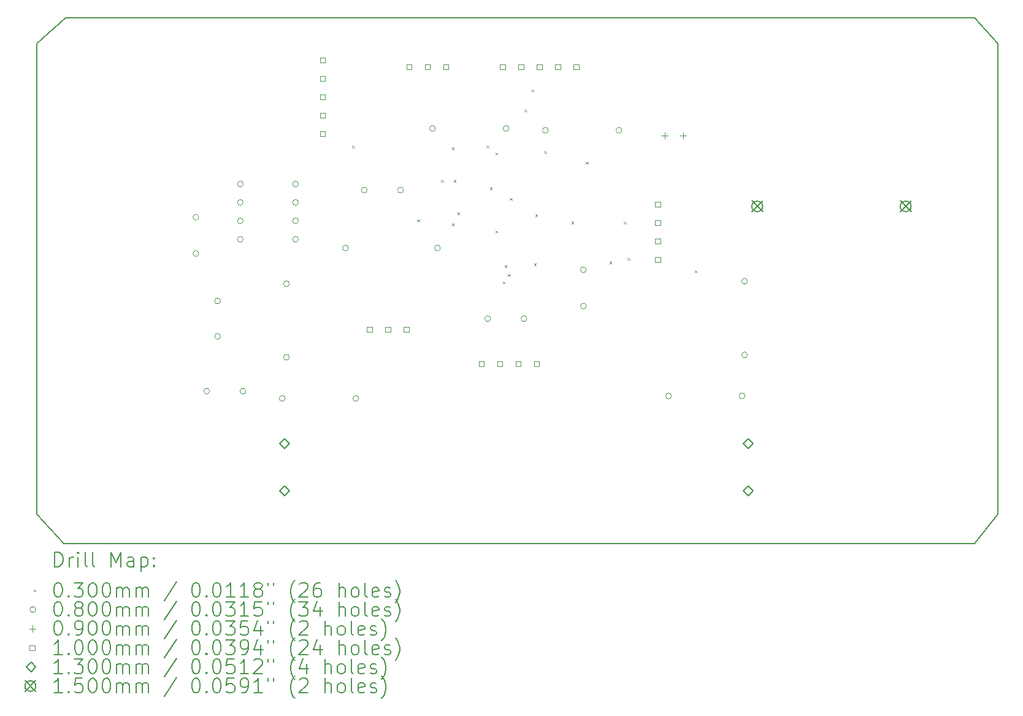
<source format=gbr>
%TF.GenerationSoftware,KiCad,Pcbnew,8.0.8*%
%TF.CreationDate,2025-02-09T14:05:18-05:00*%
%TF.ProjectId,AetherX_KiCad,41657468-6572-4585-9f4b-694361642e6b,rev?*%
%TF.SameCoordinates,Original*%
%TF.FileFunction,Drillmap*%
%TF.FilePolarity,Positive*%
%FSLAX45Y45*%
G04 Gerber Fmt 4.5, Leading zero omitted, Abs format (unit mm)*
G04 Created by KiCad (PCBNEW 8.0.8) date 2025-02-09 14:05:18*
%MOMM*%
%LPD*%
G01*
G04 APERTURE LIST*
%ADD10C,0.200000*%
%ADD11C,0.100000*%
%ADD12C,0.130000*%
%ADD13C,0.150000*%
G04 APERTURE END LIST*
D10*
X9550000Y-13125000D02*
X9925000Y-13525000D01*
X22825000Y-6625000D02*
X22825000Y-13125000D01*
X22500000Y-6275000D02*
X22825000Y-6625000D01*
X9550000Y-6625000D02*
X9550000Y-13125000D01*
X9925000Y-13525000D02*
X22500000Y-13525000D01*
X9950000Y-6275000D02*
X9550000Y-6625000D01*
X22825000Y-13125000D02*
X22500000Y-13525000D01*
X9950000Y-6275000D02*
X22500000Y-6275000D01*
D11*
X13910000Y-8035000D02*
X13940000Y-8065000D01*
X13940000Y-8035000D02*
X13910000Y-8065000D01*
X14805000Y-9055000D02*
X14835000Y-9085000D01*
X14835000Y-9055000D02*
X14805000Y-9085000D01*
X15135000Y-8510000D02*
X15165000Y-8540000D01*
X15165000Y-8510000D02*
X15135000Y-8540000D01*
X15285000Y-8060000D02*
X15315000Y-8090000D01*
X15315000Y-8060000D02*
X15285000Y-8090000D01*
X15285000Y-9110000D02*
X15315000Y-9140000D01*
X15315000Y-9110000D02*
X15285000Y-9140000D01*
X15310000Y-8510000D02*
X15340000Y-8540000D01*
X15340000Y-8510000D02*
X15310000Y-8540000D01*
X15360000Y-8960000D02*
X15390000Y-8990000D01*
X15390000Y-8960000D02*
X15360000Y-8990000D01*
X15760000Y-8035000D02*
X15790000Y-8065000D01*
X15790000Y-8035000D02*
X15760000Y-8065000D01*
X15810000Y-8610000D02*
X15840000Y-8640000D01*
X15840000Y-8610000D02*
X15810000Y-8640000D01*
X15885000Y-8135000D02*
X15915000Y-8165000D01*
X15915000Y-8135000D02*
X15885000Y-8165000D01*
X15885000Y-9210000D02*
X15915000Y-9240000D01*
X15915000Y-9210000D02*
X15885000Y-9240000D01*
X15985000Y-9910000D02*
X16015000Y-9940000D01*
X16015000Y-9910000D02*
X15985000Y-9940000D01*
X16010000Y-9685000D02*
X16040000Y-9715000D01*
X16040000Y-9685000D02*
X16010000Y-9715000D01*
X16060000Y-9810000D02*
X16090000Y-9840000D01*
X16090000Y-9810000D02*
X16060000Y-9840000D01*
X16085000Y-8760000D02*
X16115000Y-8790000D01*
X16115000Y-8760000D02*
X16085000Y-8790000D01*
X16285000Y-7535000D02*
X16315000Y-7565000D01*
X16315000Y-7535000D02*
X16285000Y-7565000D01*
X16385000Y-7260000D02*
X16415000Y-7290000D01*
X16415000Y-7260000D02*
X16385000Y-7290000D01*
X16417500Y-9660000D02*
X16447500Y-9690000D01*
X16447500Y-9660000D02*
X16417500Y-9690000D01*
X16435000Y-8985000D02*
X16465000Y-9015000D01*
X16465000Y-8985000D02*
X16435000Y-9015000D01*
X16560000Y-8110000D02*
X16590000Y-8140000D01*
X16590000Y-8110000D02*
X16560000Y-8140000D01*
X16935000Y-9085000D02*
X16965000Y-9115000D01*
X16965000Y-9085000D02*
X16935000Y-9115000D01*
X17135000Y-8260000D02*
X17165000Y-8290000D01*
X17165000Y-8260000D02*
X17135000Y-8290000D01*
X17460000Y-9635000D02*
X17490000Y-9665000D01*
X17490000Y-9635000D02*
X17460000Y-9665000D01*
X17660000Y-9085000D02*
X17690000Y-9115000D01*
X17690000Y-9085000D02*
X17660000Y-9115000D01*
X17710000Y-9585000D02*
X17740000Y-9615000D01*
X17740000Y-9585000D02*
X17710000Y-9615000D01*
X18635000Y-9760000D02*
X18665000Y-9790000D01*
X18665000Y-9760000D02*
X18635000Y-9790000D01*
X11790000Y-9025000D02*
G75*
G02*
X11710000Y-9025000I-40000J0D01*
G01*
X11710000Y-9025000D02*
G75*
G02*
X11790000Y-9025000I40000J0D01*
G01*
X11790000Y-9525000D02*
G75*
G02*
X11710000Y-9525000I-40000J0D01*
G01*
X11710000Y-9525000D02*
G75*
G02*
X11790000Y-9525000I40000J0D01*
G01*
X11940000Y-11425000D02*
G75*
G02*
X11860000Y-11425000I-40000J0D01*
G01*
X11860000Y-11425000D02*
G75*
G02*
X11940000Y-11425000I40000J0D01*
G01*
X12090000Y-10180000D02*
G75*
G02*
X12010000Y-10180000I-40000J0D01*
G01*
X12010000Y-10180000D02*
G75*
G02*
X12090000Y-10180000I40000J0D01*
G01*
X12090000Y-10668000D02*
G75*
G02*
X12010000Y-10668000I-40000J0D01*
G01*
X12010000Y-10668000D02*
G75*
G02*
X12090000Y-10668000I40000J0D01*
G01*
X12403000Y-8567000D02*
G75*
G02*
X12323000Y-8567000I-40000J0D01*
G01*
X12323000Y-8567000D02*
G75*
G02*
X12403000Y-8567000I40000J0D01*
G01*
X12403000Y-8821000D02*
G75*
G02*
X12323000Y-8821000I-40000J0D01*
G01*
X12323000Y-8821000D02*
G75*
G02*
X12403000Y-8821000I40000J0D01*
G01*
X12403000Y-9075000D02*
G75*
G02*
X12323000Y-9075000I-40000J0D01*
G01*
X12323000Y-9075000D02*
G75*
G02*
X12403000Y-9075000I40000J0D01*
G01*
X12403000Y-9329000D02*
G75*
G02*
X12323000Y-9329000I-40000J0D01*
G01*
X12323000Y-9329000D02*
G75*
G02*
X12403000Y-9329000I40000J0D01*
G01*
X12440000Y-11425000D02*
G75*
G02*
X12360000Y-11425000I-40000J0D01*
G01*
X12360000Y-11425000D02*
G75*
G02*
X12440000Y-11425000I40000J0D01*
G01*
X12982000Y-11525000D02*
G75*
G02*
X12902000Y-11525000I-40000J0D01*
G01*
X12902000Y-11525000D02*
G75*
G02*
X12982000Y-11525000I40000J0D01*
G01*
X13040000Y-9942000D02*
G75*
G02*
X12960000Y-9942000I-40000J0D01*
G01*
X12960000Y-9942000D02*
G75*
G02*
X13040000Y-9942000I40000J0D01*
G01*
X13040000Y-10958000D02*
G75*
G02*
X12960000Y-10958000I-40000J0D01*
G01*
X12960000Y-10958000D02*
G75*
G02*
X13040000Y-10958000I40000J0D01*
G01*
X13165000Y-8567000D02*
G75*
G02*
X13085000Y-8567000I-40000J0D01*
G01*
X13085000Y-8567000D02*
G75*
G02*
X13165000Y-8567000I40000J0D01*
G01*
X13165000Y-8821000D02*
G75*
G02*
X13085000Y-8821000I-40000J0D01*
G01*
X13085000Y-8821000D02*
G75*
G02*
X13165000Y-8821000I40000J0D01*
G01*
X13165000Y-9075000D02*
G75*
G02*
X13085000Y-9075000I-40000J0D01*
G01*
X13085000Y-9075000D02*
G75*
G02*
X13165000Y-9075000I40000J0D01*
G01*
X13165000Y-9329000D02*
G75*
G02*
X13085000Y-9329000I-40000J0D01*
G01*
X13085000Y-9329000D02*
G75*
G02*
X13165000Y-9329000I40000J0D01*
G01*
X13855000Y-9450000D02*
G75*
G02*
X13775000Y-9450000I-40000J0D01*
G01*
X13775000Y-9450000D02*
G75*
G02*
X13855000Y-9450000I40000J0D01*
G01*
X13998000Y-11525000D02*
G75*
G02*
X13918000Y-11525000I-40000J0D01*
G01*
X13918000Y-11525000D02*
G75*
G02*
X13998000Y-11525000I40000J0D01*
G01*
X14115000Y-8650000D02*
G75*
G02*
X14035000Y-8650000I-40000J0D01*
G01*
X14035000Y-8650000D02*
G75*
G02*
X14115000Y-8650000I40000J0D01*
G01*
X14615000Y-8650000D02*
G75*
G02*
X14535000Y-8650000I-40000J0D01*
G01*
X14535000Y-8650000D02*
G75*
G02*
X14615000Y-8650000I40000J0D01*
G01*
X15057000Y-7800000D02*
G75*
G02*
X14977000Y-7800000I-40000J0D01*
G01*
X14977000Y-7800000D02*
G75*
G02*
X15057000Y-7800000I40000J0D01*
G01*
X15125000Y-9450000D02*
G75*
G02*
X15045000Y-9450000I-40000J0D01*
G01*
X15045000Y-9450000D02*
G75*
G02*
X15125000Y-9450000I40000J0D01*
G01*
X15819000Y-10425000D02*
G75*
G02*
X15739000Y-10425000I-40000J0D01*
G01*
X15739000Y-10425000D02*
G75*
G02*
X15819000Y-10425000I40000J0D01*
G01*
X16073000Y-7800000D02*
G75*
G02*
X15993000Y-7800000I-40000J0D01*
G01*
X15993000Y-7800000D02*
G75*
G02*
X16073000Y-7800000I40000J0D01*
G01*
X16319000Y-10425000D02*
G75*
G02*
X16239000Y-10425000I-40000J0D01*
G01*
X16239000Y-10425000D02*
G75*
G02*
X16319000Y-10425000I40000J0D01*
G01*
X16615000Y-7825000D02*
G75*
G02*
X16535000Y-7825000I-40000J0D01*
G01*
X16535000Y-7825000D02*
G75*
G02*
X16615000Y-7825000I40000J0D01*
G01*
X17140000Y-9750000D02*
G75*
G02*
X17060000Y-9750000I-40000J0D01*
G01*
X17060000Y-9750000D02*
G75*
G02*
X17140000Y-9750000I40000J0D01*
G01*
X17140000Y-10250000D02*
G75*
G02*
X17060000Y-10250000I-40000J0D01*
G01*
X17060000Y-10250000D02*
G75*
G02*
X17140000Y-10250000I40000J0D01*
G01*
X17631000Y-7825000D02*
G75*
G02*
X17551000Y-7825000I-40000J0D01*
G01*
X17551000Y-7825000D02*
G75*
G02*
X17631000Y-7825000I40000J0D01*
G01*
X18315000Y-11492000D02*
G75*
G02*
X18235000Y-11492000I-40000J0D01*
G01*
X18235000Y-11492000D02*
G75*
G02*
X18315000Y-11492000I40000J0D01*
G01*
X19331000Y-11492000D02*
G75*
G02*
X19251000Y-11492000I-40000J0D01*
G01*
X19251000Y-11492000D02*
G75*
G02*
X19331000Y-11492000I40000J0D01*
G01*
X19365000Y-9909000D02*
G75*
G02*
X19285000Y-9909000I-40000J0D01*
G01*
X19285000Y-9909000D02*
G75*
G02*
X19365000Y-9909000I40000J0D01*
G01*
X19365000Y-10925000D02*
G75*
G02*
X19285000Y-10925000I-40000J0D01*
G01*
X19285000Y-10925000D02*
G75*
G02*
X19365000Y-10925000I40000J0D01*
G01*
X18221000Y-7855000D02*
X18221000Y-7945000D01*
X18176000Y-7900000D02*
X18266000Y-7900000D01*
X18475000Y-7855000D02*
X18475000Y-7945000D01*
X18430000Y-7900000D02*
X18520000Y-7900000D01*
X13535356Y-6894356D02*
X13535356Y-6823644D01*
X13464644Y-6823644D01*
X13464644Y-6894356D01*
X13535356Y-6894356D01*
X13535356Y-7148356D02*
X13535356Y-7077644D01*
X13464644Y-7077644D01*
X13464644Y-7148356D01*
X13535356Y-7148356D01*
X13535356Y-7402356D02*
X13535356Y-7331644D01*
X13464644Y-7331644D01*
X13464644Y-7402356D01*
X13535356Y-7402356D01*
X13535356Y-7656356D02*
X13535356Y-7585644D01*
X13464644Y-7585644D01*
X13464644Y-7656356D01*
X13535356Y-7656356D01*
X13535356Y-7910356D02*
X13535356Y-7839644D01*
X13464644Y-7839644D01*
X13464644Y-7910356D01*
X13535356Y-7910356D01*
X14181356Y-10610356D02*
X14181356Y-10539644D01*
X14110644Y-10539644D01*
X14110644Y-10610356D01*
X14181356Y-10610356D01*
X14435356Y-10610356D02*
X14435356Y-10539644D01*
X14364644Y-10539644D01*
X14364644Y-10610356D01*
X14435356Y-10610356D01*
X14689356Y-10610356D02*
X14689356Y-10539644D01*
X14618644Y-10539644D01*
X14618644Y-10610356D01*
X14689356Y-10610356D01*
X14727356Y-6985356D02*
X14727356Y-6914644D01*
X14656644Y-6914644D01*
X14656644Y-6985356D01*
X14727356Y-6985356D01*
X14981356Y-6985356D02*
X14981356Y-6914644D01*
X14910644Y-6914644D01*
X14910644Y-6985356D01*
X14981356Y-6985356D01*
X15235356Y-6985356D02*
X15235356Y-6914644D01*
X15164644Y-6914644D01*
X15164644Y-6985356D01*
X15235356Y-6985356D01*
X15730356Y-11085356D02*
X15730356Y-11014644D01*
X15659644Y-11014644D01*
X15659644Y-11085356D01*
X15730356Y-11085356D01*
X15984356Y-11085356D02*
X15984356Y-11014644D01*
X15913644Y-11014644D01*
X15913644Y-11085356D01*
X15984356Y-11085356D01*
X16019356Y-6985356D02*
X16019356Y-6914644D01*
X15948644Y-6914644D01*
X15948644Y-6985356D01*
X16019356Y-6985356D01*
X16238356Y-11085356D02*
X16238356Y-11014644D01*
X16167644Y-11014644D01*
X16167644Y-11085356D01*
X16238356Y-11085356D01*
X16273356Y-6985356D02*
X16273356Y-6914644D01*
X16202644Y-6914644D01*
X16202644Y-6985356D01*
X16273356Y-6985356D01*
X16492356Y-11085356D02*
X16492356Y-11014644D01*
X16421644Y-11014644D01*
X16421644Y-11085356D01*
X16492356Y-11085356D01*
X16527356Y-6985356D02*
X16527356Y-6914644D01*
X16456644Y-6914644D01*
X16456644Y-6985356D01*
X16527356Y-6985356D01*
X16781356Y-6985356D02*
X16781356Y-6914644D01*
X16710644Y-6914644D01*
X16710644Y-6985356D01*
X16781356Y-6985356D01*
X17035356Y-6985356D02*
X17035356Y-6914644D01*
X16964644Y-6914644D01*
X16964644Y-6985356D01*
X17035356Y-6985356D01*
X18162856Y-8880356D02*
X18162856Y-8809644D01*
X18092144Y-8809644D01*
X18092144Y-8880356D01*
X18162856Y-8880356D01*
X18162856Y-9134356D02*
X18162856Y-9063644D01*
X18092144Y-9063644D01*
X18092144Y-9134356D01*
X18162856Y-9134356D01*
X18162856Y-9388356D02*
X18162856Y-9317644D01*
X18092144Y-9317644D01*
X18092144Y-9388356D01*
X18162856Y-9388356D01*
X18162856Y-9642356D02*
X18162856Y-9571644D01*
X18092144Y-9571644D01*
X18092144Y-9642356D01*
X18162856Y-9642356D01*
D12*
X12975000Y-12215000D02*
X13040000Y-12150000D01*
X12975000Y-12085000D01*
X12910000Y-12150000D01*
X12975000Y-12215000D01*
X12975000Y-12865000D02*
X13040000Y-12800000D01*
X12975000Y-12735000D01*
X12910000Y-12800000D01*
X12975000Y-12865000D01*
X19375000Y-12215000D02*
X19440000Y-12150000D01*
X19375000Y-12085000D01*
X19310000Y-12150000D01*
X19375000Y-12215000D01*
X19375000Y-12865000D02*
X19440000Y-12800000D01*
X19375000Y-12735000D01*
X19310000Y-12800000D01*
X19375000Y-12865000D01*
D13*
X19425000Y-8800000D02*
X19575000Y-8950000D01*
X19575000Y-8800000D02*
X19425000Y-8950000D01*
X19575000Y-8875000D02*
G75*
G02*
X19425000Y-8875000I-75000J0D01*
G01*
X19425000Y-8875000D02*
G75*
G02*
X19575000Y-8875000I75000J0D01*
G01*
X21474000Y-8800000D02*
X21624000Y-8950000D01*
X21624000Y-8800000D02*
X21474000Y-8950000D01*
X21624000Y-8875000D02*
G75*
G02*
X21474000Y-8875000I-75000J0D01*
G01*
X21474000Y-8875000D02*
G75*
G02*
X21624000Y-8875000I75000J0D01*
G01*
D10*
X9800777Y-13846484D02*
X9800777Y-13646484D01*
X9800777Y-13646484D02*
X9848396Y-13646484D01*
X9848396Y-13646484D02*
X9876967Y-13656008D01*
X9876967Y-13656008D02*
X9896015Y-13675055D01*
X9896015Y-13675055D02*
X9905539Y-13694103D01*
X9905539Y-13694103D02*
X9915063Y-13732198D01*
X9915063Y-13732198D02*
X9915063Y-13760769D01*
X9915063Y-13760769D02*
X9905539Y-13798865D01*
X9905539Y-13798865D02*
X9896015Y-13817912D01*
X9896015Y-13817912D02*
X9876967Y-13836960D01*
X9876967Y-13836960D02*
X9848396Y-13846484D01*
X9848396Y-13846484D02*
X9800777Y-13846484D01*
X10000777Y-13846484D02*
X10000777Y-13713150D01*
X10000777Y-13751246D02*
X10010301Y-13732198D01*
X10010301Y-13732198D02*
X10019824Y-13722674D01*
X10019824Y-13722674D02*
X10038872Y-13713150D01*
X10038872Y-13713150D02*
X10057920Y-13713150D01*
X10124586Y-13846484D02*
X10124586Y-13713150D01*
X10124586Y-13646484D02*
X10115063Y-13656008D01*
X10115063Y-13656008D02*
X10124586Y-13665531D01*
X10124586Y-13665531D02*
X10134110Y-13656008D01*
X10134110Y-13656008D02*
X10124586Y-13646484D01*
X10124586Y-13646484D02*
X10124586Y-13665531D01*
X10248396Y-13846484D02*
X10229348Y-13836960D01*
X10229348Y-13836960D02*
X10219824Y-13817912D01*
X10219824Y-13817912D02*
X10219824Y-13646484D01*
X10353158Y-13846484D02*
X10334110Y-13836960D01*
X10334110Y-13836960D02*
X10324586Y-13817912D01*
X10324586Y-13817912D02*
X10324586Y-13646484D01*
X10581729Y-13846484D02*
X10581729Y-13646484D01*
X10581729Y-13646484D02*
X10648396Y-13789341D01*
X10648396Y-13789341D02*
X10715063Y-13646484D01*
X10715063Y-13646484D02*
X10715063Y-13846484D01*
X10896015Y-13846484D02*
X10896015Y-13741722D01*
X10896015Y-13741722D02*
X10886491Y-13722674D01*
X10886491Y-13722674D02*
X10867444Y-13713150D01*
X10867444Y-13713150D02*
X10829348Y-13713150D01*
X10829348Y-13713150D02*
X10810301Y-13722674D01*
X10896015Y-13836960D02*
X10876967Y-13846484D01*
X10876967Y-13846484D02*
X10829348Y-13846484D01*
X10829348Y-13846484D02*
X10810301Y-13836960D01*
X10810301Y-13836960D02*
X10800777Y-13817912D01*
X10800777Y-13817912D02*
X10800777Y-13798865D01*
X10800777Y-13798865D02*
X10810301Y-13779817D01*
X10810301Y-13779817D02*
X10829348Y-13770293D01*
X10829348Y-13770293D02*
X10876967Y-13770293D01*
X10876967Y-13770293D02*
X10896015Y-13760769D01*
X10991253Y-13713150D02*
X10991253Y-13913150D01*
X10991253Y-13722674D02*
X11010301Y-13713150D01*
X11010301Y-13713150D02*
X11048396Y-13713150D01*
X11048396Y-13713150D02*
X11067444Y-13722674D01*
X11067444Y-13722674D02*
X11076967Y-13732198D01*
X11076967Y-13732198D02*
X11086491Y-13751246D01*
X11086491Y-13751246D02*
X11086491Y-13808388D01*
X11086491Y-13808388D02*
X11076967Y-13827436D01*
X11076967Y-13827436D02*
X11067444Y-13836960D01*
X11067444Y-13836960D02*
X11048396Y-13846484D01*
X11048396Y-13846484D02*
X11010301Y-13846484D01*
X11010301Y-13846484D02*
X10991253Y-13836960D01*
X11172205Y-13827436D02*
X11181729Y-13836960D01*
X11181729Y-13836960D02*
X11172205Y-13846484D01*
X11172205Y-13846484D02*
X11162682Y-13836960D01*
X11162682Y-13836960D02*
X11172205Y-13827436D01*
X11172205Y-13827436D02*
X11172205Y-13846484D01*
X11172205Y-13722674D02*
X11181729Y-13732198D01*
X11181729Y-13732198D02*
X11172205Y-13741722D01*
X11172205Y-13741722D02*
X11162682Y-13732198D01*
X11162682Y-13732198D02*
X11172205Y-13722674D01*
X11172205Y-13722674D02*
X11172205Y-13741722D01*
D11*
X9510000Y-14160000D02*
X9540000Y-14190000D01*
X9540000Y-14160000D02*
X9510000Y-14190000D01*
D10*
X9838872Y-14066484D02*
X9857920Y-14066484D01*
X9857920Y-14066484D02*
X9876967Y-14076008D01*
X9876967Y-14076008D02*
X9886491Y-14085531D01*
X9886491Y-14085531D02*
X9896015Y-14104579D01*
X9896015Y-14104579D02*
X9905539Y-14142674D01*
X9905539Y-14142674D02*
X9905539Y-14190293D01*
X9905539Y-14190293D02*
X9896015Y-14228388D01*
X9896015Y-14228388D02*
X9886491Y-14247436D01*
X9886491Y-14247436D02*
X9876967Y-14256960D01*
X9876967Y-14256960D02*
X9857920Y-14266484D01*
X9857920Y-14266484D02*
X9838872Y-14266484D01*
X9838872Y-14266484D02*
X9819824Y-14256960D01*
X9819824Y-14256960D02*
X9810301Y-14247436D01*
X9810301Y-14247436D02*
X9800777Y-14228388D01*
X9800777Y-14228388D02*
X9791253Y-14190293D01*
X9791253Y-14190293D02*
X9791253Y-14142674D01*
X9791253Y-14142674D02*
X9800777Y-14104579D01*
X9800777Y-14104579D02*
X9810301Y-14085531D01*
X9810301Y-14085531D02*
X9819824Y-14076008D01*
X9819824Y-14076008D02*
X9838872Y-14066484D01*
X9991253Y-14247436D02*
X10000777Y-14256960D01*
X10000777Y-14256960D02*
X9991253Y-14266484D01*
X9991253Y-14266484D02*
X9981729Y-14256960D01*
X9981729Y-14256960D02*
X9991253Y-14247436D01*
X9991253Y-14247436D02*
X9991253Y-14266484D01*
X10067444Y-14066484D02*
X10191253Y-14066484D01*
X10191253Y-14066484D02*
X10124586Y-14142674D01*
X10124586Y-14142674D02*
X10153158Y-14142674D01*
X10153158Y-14142674D02*
X10172205Y-14152198D01*
X10172205Y-14152198D02*
X10181729Y-14161722D01*
X10181729Y-14161722D02*
X10191253Y-14180769D01*
X10191253Y-14180769D02*
X10191253Y-14228388D01*
X10191253Y-14228388D02*
X10181729Y-14247436D01*
X10181729Y-14247436D02*
X10172205Y-14256960D01*
X10172205Y-14256960D02*
X10153158Y-14266484D01*
X10153158Y-14266484D02*
X10096015Y-14266484D01*
X10096015Y-14266484D02*
X10076967Y-14256960D01*
X10076967Y-14256960D02*
X10067444Y-14247436D01*
X10315063Y-14066484D02*
X10334110Y-14066484D01*
X10334110Y-14066484D02*
X10353158Y-14076008D01*
X10353158Y-14076008D02*
X10362682Y-14085531D01*
X10362682Y-14085531D02*
X10372205Y-14104579D01*
X10372205Y-14104579D02*
X10381729Y-14142674D01*
X10381729Y-14142674D02*
X10381729Y-14190293D01*
X10381729Y-14190293D02*
X10372205Y-14228388D01*
X10372205Y-14228388D02*
X10362682Y-14247436D01*
X10362682Y-14247436D02*
X10353158Y-14256960D01*
X10353158Y-14256960D02*
X10334110Y-14266484D01*
X10334110Y-14266484D02*
X10315063Y-14266484D01*
X10315063Y-14266484D02*
X10296015Y-14256960D01*
X10296015Y-14256960D02*
X10286491Y-14247436D01*
X10286491Y-14247436D02*
X10276967Y-14228388D01*
X10276967Y-14228388D02*
X10267444Y-14190293D01*
X10267444Y-14190293D02*
X10267444Y-14142674D01*
X10267444Y-14142674D02*
X10276967Y-14104579D01*
X10276967Y-14104579D02*
X10286491Y-14085531D01*
X10286491Y-14085531D02*
X10296015Y-14076008D01*
X10296015Y-14076008D02*
X10315063Y-14066484D01*
X10505539Y-14066484D02*
X10524586Y-14066484D01*
X10524586Y-14066484D02*
X10543634Y-14076008D01*
X10543634Y-14076008D02*
X10553158Y-14085531D01*
X10553158Y-14085531D02*
X10562682Y-14104579D01*
X10562682Y-14104579D02*
X10572205Y-14142674D01*
X10572205Y-14142674D02*
X10572205Y-14190293D01*
X10572205Y-14190293D02*
X10562682Y-14228388D01*
X10562682Y-14228388D02*
X10553158Y-14247436D01*
X10553158Y-14247436D02*
X10543634Y-14256960D01*
X10543634Y-14256960D02*
X10524586Y-14266484D01*
X10524586Y-14266484D02*
X10505539Y-14266484D01*
X10505539Y-14266484D02*
X10486491Y-14256960D01*
X10486491Y-14256960D02*
X10476967Y-14247436D01*
X10476967Y-14247436D02*
X10467444Y-14228388D01*
X10467444Y-14228388D02*
X10457920Y-14190293D01*
X10457920Y-14190293D02*
X10457920Y-14142674D01*
X10457920Y-14142674D02*
X10467444Y-14104579D01*
X10467444Y-14104579D02*
X10476967Y-14085531D01*
X10476967Y-14085531D02*
X10486491Y-14076008D01*
X10486491Y-14076008D02*
X10505539Y-14066484D01*
X10657920Y-14266484D02*
X10657920Y-14133150D01*
X10657920Y-14152198D02*
X10667444Y-14142674D01*
X10667444Y-14142674D02*
X10686491Y-14133150D01*
X10686491Y-14133150D02*
X10715063Y-14133150D01*
X10715063Y-14133150D02*
X10734110Y-14142674D01*
X10734110Y-14142674D02*
X10743634Y-14161722D01*
X10743634Y-14161722D02*
X10743634Y-14266484D01*
X10743634Y-14161722D02*
X10753158Y-14142674D01*
X10753158Y-14142674D02*
X10772205Y-14133150D01*
X10772205Y-14133150D02*
X10800777Y-14133150D01*
X10800777Y-14133150D02*
X10819825Y-14142674D01*
X10819825Y-14142674D02*
X10829348Y-14161722D01*
X10829348Y-14161722D02*
X10829348Y-14266484D01*
X10924586Y-14266484D02*
X10924586Y-14133150D01*
X10924586Y-14152198D02*
X10934110Y-14142674D01*
X10934110Y-14142674D02*
X10953158Y-14133150D01*
X10953158Y-14133150D02*
X10981729Y-14133150D01*
X10981729Y-14133150D02*
X11000777Y-14142674D01*
X11000777Y-14142674D02*
X11010301Y-14161722D01*
X11010301Y-14161722D02*
X11010301Y-14266484D01*
X11010301Y-14161722D02*
X11019825Y-14142674D01*
X11019825Y-14142674D02*
X11038872Y-14133150D01*
X11038872Y-14133150D02*
X11067444Y-14133150D01*
X11067444Y-14133150D02*
X11086491Y-14142674D01*
X11086491Y-14142674D02*
X11096015Y-14161722D01*
X11096015Y-14161722D02*
X11096015Y-14266484D01*
X11486491Y-14056960D02*
X11315063Y-14314103D01*
X11743634Y-14066484D02*
X11762682Y-14066484D01*
X11762682Y-14066484D02*
X11781729Y-14076008D01*
X11781729Y-14076008D02*
X11791253Y-14085531D01*
X11791253Y-14085531D02*
X11800777Y-14104579D01*
X11800777Y-14104579D02*
X11810301Y-14142674D01*
X11810301Y-14142674D02*
X11810301Y-14190293D01*
X11810301Y-14190293D02*
X11800777Y-14228388D01*
X11800777Y-14228388D02*
X11791253Y-14247436D01*
X11791253Y-14247436D02*
X11781729Y-14256960D01*
X11781729Y-14256960D02*
X11762682Y-14266484D01*
X11762682Y-14266484D02*
X11743634Y-14266484D01*
X11743634Y-14266484D02*
X11724586Y-14256960D01*
X11724586Y-14256960D02*
X11715063Y-14247436D01*
X11715063Y-14247436D02*
X11705539Y-14228388D01*
X11705539Y-14228388D02*
X11696015Y-14190293D01*
X11696015Y-14190293D02*
X11696015Y-14142674D01*
X11696015Y-14142674D02*
X11705539Y-14104579D01*
X11705539Y-14104579D02*
X11715063Y-14085531D01*
X11715063Y-14085531D02*
X11724586Y-14076008D01*
X11724586Y-14076008D02*
X11743634Y-14066484D01*
X11896015Y-14247436D02*
X11905539Y-14256960D01*
X11905539Y-14256960D02*
X11896015Y-14266484D01*
X11896015Y-14266484D02*
X11886491Y-14256960D01*
X11886491Y-14256960D02*
X11896015Y-14247436D01*
X11896015Y-14247436D02*
X11896015Y-14266484D01*
X12029348Y-14066484D02*
X12048396Y-14066484D01*
X12048396Y-14066484D02*
X12067444Y-14076008D01*
X12067444Y-14076008D02*
X12076967Y-14085531D01*
X12076967Y-14085531D02*
X12086491Y-14104579D01*
X12086491Y-14104579D02*
X12096015Y-14142674D01*
X12096015Y-14142674D02*
X12096015Y-14190293D01*
X12096015Y-14190293D02*
X12086491Y-14228388D01*
X12086491Y-14228388D02*
X12076967Y-14247436D01*
X12076967Y-14247436D02*
X12067444Y-14256960D01*
X12067444Y-14256960D02*
X12048396Y-14266484D01*
X12048396Y-14266484D02*
X12029348Y-14266484D01*
X12029348Y-14266484D02*
X12010301Y-14256960D01*
X12010301Y-14256960D02*
X12000777Y-14247436D01*
X12000777Y-14247436D02*
X11991253Y-14228388D01*
X11991253Y-14228388D02*
X11981729Y-14190293D01*
X11981729Y-14190293D02*
X11981729Y-14142674D01*
X11981729Y-14142674D02*
X11991253Y-14104579D01*
X11991253Y-14104579D02*
X12000777Y-14085531D01*
X12000777Y-14085531D02*
X12010301Y-14076008D01*
X12010301Y-14076008D02*
X12029348Y-14066484D01*
X12286491Y-14266484D02*
X12172206Y-14266484D01*
X12229348Y-14266484D02*
X12229348Y-14066484D01*
X12229348Y-14066484D02*
X12210301Y-14095055D01*
X12210301Y-14095055D02*
X12191253Y-14114103D01*
X12191253Y-14114103D02*
X12172206Y-14123627D01*
X12476967Y-14266484D02*
X12362682Y-14266484D01*
X12419825Y-14266484D02*
X12419825Y-14066484D01*
X12419825Y-14066484D02*
X12400777Y-14095055D01*
X12400777Y-14095055D02*
X12381729Y-14114103D01*
X12381729Y-14114103D02*
X12362682Y-14123627D01*
X12591253Y-14152198D02*
X12572206Y-14142674D01*
X12572206Y-14142674D02*
X12562682Y-14133150D01*
X12562682Y-14133150D02*
X12553158Y-14114103D01*
X12553158Y-14114103D02*
X12553158Y-14104579D01*
X12553158Y-14104579D02*
X12562682Y-14085531D01*
X12562682Y-14085531D02*
X12572206Y-14076008D01*
X12572206Y-14076008D02*
X12591253Y-14066484D01*
X12591253Y-14066484D02*
X12629348Y-14066484D01*
X12629348Y-14066484D02*
X12648396Y-14076008D01*
X12648396Y-14076008D02*
X12657920Y-14085531D01*
X12657920Y-14085531D02*
X12667444Y-14104579D01*
X12667444Y-14104579D02*
X12667444Y-14114103D01*
X12667444Y-14114103D02*
X12657920Y-14133150D01*
X12657920Y-14133150D02*
X12648396Y-14142674D01*
X12648396Y-14142674D02*
X12629348Y-14152198D01*
X12629348Y-14152198D02*
X12591253Y-14152198D01*
X12591253Y-14152198D02*
X12572206Y-14161722D01*
X12572206Y-14161722D02*
X12562682Y-14171246D01*
X12562682Y-14171246D02*
X12553158Y-14190293D01*
X12553158Y-14190293D02*
X12553158Y-14228388D01*
X12553158Y-14228388D02*
X12562682Y-14247436D01*
X12562682Y-14247436D02*
X12572206Y-14256960D01*
X12572206Y-14256960D02*
X12591253Y-14266484D01*
X12591253Y-14266484D02*
X12629348Y-14266484D01*
X12629348Y-14266484D02*
X12648396Y-14256960D01*
X12648396Y-14256960D02*
X12657920Y-14247436D01*
X12657920Y-14247436D02*
X12667444Y-14228388D01*
X12667444Y-14228388D02*
X12667444Y-14190293D01*
X12667444Y-14190293D02*
X12657920Y-14171246D01*
X12657920Y-14171246D02*
X12648396Y-14161722D01*
X12648396Y-14161722D02*
X12629348Y-14152198D01*
X12743634Y-14066484D02*
X12743634Y-14104579D01*
X12819825Y-14066484D02*
X12819825Y-14104579D01*
X13115063Y-14342674D02*
X13105539Y-14333150D01*
X13105539Y-14333150D02*
X13086491Y-14304579D01*
X13086491Y-14304579D02*
X13076968Y-14285531D01*
X13076968Y-14285531D02*
X13067444Y-14256960D01*
X13067444Y-14256960D02*
X13057920Y-14209341D01*
X13057920Y-14209341D02*
X13057920Y-14171246D01*
X13057920Y-14171246D02*
X13067444Y-14123627D01*
X13067444Y-14123627D02*
X13076968Y-14095055D01*
X13076968Y-14095055D02*
X13086491Y-14076008D01*
X13086491Y-14076008D02*
X13105539Y-14047436D01*
X13105539Y-14047436D02*
X13115063Y-14037912D01*
X13181729Y-14085531D02*
X13191253Y-14076008D01*
X13191253Y-14076008D02*
X13210301Y-14066484D01*
X13210301Y-14066484D02*
X13257920Y-14066484D01*
X13257920Y-14066484D02*
X13276968Y-14076008D01*
X13276968Y-14076008D02*
X13286491Y-14085531D01*
X13286491Y-14085531D02*
X13296015Y-14104579D01*
X13296015Y-14104579D02*
X13296015Y-14123627D01*
X13296015Y-14123627D02*
X13286491Y-14152198D01*
X13286491Y-14152198D02*
X13172206Y-14266484D01*
X13172206Y-14266484D02*
X13296015Y-14266484D01*
X13467444Y-14066484D02*
X13429348Y-14066484D01*
X13429348Y-14066484D02*
X13410301Y-14076008D01*
X13410301Y-14076008D02*
X13400777Y-14085531D01*
X13400777Y-14085531D02*
X13381729Y-14114103D01*
X13381729Y-14114103D02*
X13372206Y-14152198D01*
X13372206Y-14152198D02*
X13372206Y-14228388D01*
X13372206Y-14228388D02*
X13381729Y-14247436D01*
X13381729Y-14247436D02*
X13391253Y-14256960D01*
X13391253Y-14256960D02*
X13410301Y-14266484D01*
X13410301Y-14266484D02*
X13448396Y-14266484D01*
X13448396Y-14266484D02*
X13467444Y-14256960D01*
X13467444Y-14256960D02*
X13476968Y-14247436D01*
X13476968Y-14247436D02*
X13486491Y-14228388D01*
X13486491Y-14228388D02*
X13486491Y-14180769D01*
X13486491Y-14180769D02*
X13476968Y-14161722D01*
X13476968Y-14161722D02*
X13467444Y-14152198D01*
X13467444Y-14152198D02*
X13448396Y-14142674D01*
X13448396Y-14142674D02*
X13410301Y-14142674D01*
X13410301Y-14142674D02*
X13391253Y-14152198D01*
X13391253Y-14152198D02*
X13381729Y-14161722D01*
X13381729Y-14161722D02*
X13372206Y-14180769D01*
X13724587Y-14266484D02*
X13724587Y-14066484D01*
X13810301Y-14266484D02*
X13810301Y-14161722D01*
X13810301Y-14161722D02*
X13800777Y-14142674D01*
X13800777Y-14142674D02*
X13781730Y-14133150D01*
X13781730Y-14133150D02*
X13753158Y-14133150D01*
X13753158Y-14133150D02*
X13734110Y-14142674D01*
X13734110Y-14142674D02*
X13724587Y-14152198D01*
X13934110Y-14266484D02*
X13915063Y-14256960D01*
X13915063Y-14256960D02*
X13905539Y-14247436D01*
X13905539Y-14247436D02*
X13896015Y-14228388D01*
X13896015Y-14228388D02*
X13896015Y-14171246D01*
X13896015Y-14171246D02*
X13905539Y-14152198D01*
X13905539Y-14152198D02*
X13915063Y-14142674D01*
X13915063Y-14142674D02*
X13934110Y-14133150D01*
X13934110Y-14133150D02*
X13962682Y-14133150D01*
X13962682Y-14133150D02*
X13981730Y-14142674D01*
X13981730Y-14142674D02*
X13991253Y-14152198D01*
X13991253Y-14152198D02*
X14000777Y-14171246D01*
X14000777Y-14171246D02*
X14000777Y-14228388D01*
X14000777Y-14228388D02*
X13991253Y-14247436D01*
X13991253Y-14247436D02*
X13981730Y-14256960D01*
X13981730Y-14256960D02*
X13962682Y-14266484D01*
X13962682Y-14266484D02*
X13934110Y-14266484D01*
X14115063Y-14266484D02*
X14096015Y-14256960D01*
X14096015Y-14256960D02*
X14086491Y-14237912D01*
X14086491Y-14237912D02*
X14086491Y-14066484D01*
X14267444Y-14256960D02*
X14248396Y-14266484D01*
X14248396Y-14266484D02*
X14210301Y-14266484D01*
X14210301Y-14266484D02*
X14191253Y-14256960D01*
X14191253Y-14256960D02*
X14181730Y-14237912D01*
X14181730Y-14237912D02*
X14181730Y-14161722D01*
X14181730Y-14161722D02*
X14191253Y-14142674D01*
X14191253Y-14142674D02*
X14210301Y-14133150D01*
X14210301Y-14133150D02*
X14248396Y-14133150D01*
X14248396Y-14133150D02*
X14267444Y-14142674D01*
X14267444Y-14142674D02*
X14276968Y-14161722D01*
X14276968Y-14161722D02*
X14276968Y-14180769D01*
X14276968Y-14180769D02*
X14181730Y-14199817D01*
X14353158Y-14256960D02*
X14372206Y-14266484D01*
X14372206Y-14266484D02*
X14410301Y-14266484D01*
X14410301Y-14266484D02*
X14429349Y-14256960D01*
X14429349Y-14256960D02*
X14438872Y-14237912D01*
X14438872Y-14237912D02*
X14438872Y-14228388D01*
X14438872Y-14228388D02*
X14429349Y-14209341D01*
X14429349Y-14209341D02*
X14410301Y-14199817D01*
X14410301Y-14199817D02*
X14381730Y-14199817D01*
X14381730Y-14199817D02*
X14362682Y-14190293D01*
X14362682Y-14190293D02*
X14353158Y-14171246D01*
X14353158Y-14171246D02*
X14353158Y-14161722D01*
X14353158Y-14161722D02*
X14362682Y-14142674D01*
X14362682Y-14142674D02*
X14381730Y-14133150D01*
X14381730Y-14133150D02*
X14410301Y-14133150D01*
X14410301Y-14133150D02*
X14429349Y-14142674D01*
X14505539Y-14342674D02*
X14515063Y-14333150D01*
X14515063Y-14333150D02*
X14534111Y-14304579D01*
X14534111Y-14304579D02*
X14543634Y-14285531D01*
X14543634Y-14285531D02*
X14553158Y-14256960D01*
X14553158Y-14256960D02*
X14562682Y-14209341D01*
X14562682Y-14209341D02*
X14562682Y-14171246D01*
X14562682Y-14171246D02*
X14553158Y-14123627D01*
X14553158Y-14123627D02*
X14543634Y-14095055D01*
X14543634Y-14095055D02*
X14534111Y-14076008D01*
X14534111Y-14076008D02*
X14515063Y-14047436D01*
X14515063Y-14047436D02*
X14505539Y-14037912D01*
D11*
X9540000Y-14439000D02*
G75*
G02*
X9460000Y-14439000I-40000J0D01*
G01*
X9460000Y-14439000D02*
G75*
G02*
X9540000Y-14439000I40000J0D01*
G01*
D10*
X9838872Y-14330484D02*
X9857920Y-14330484D01*
X9857920Y-14330484D02*
X9876967Y-14340008D01*
X9876967Y-14340008D02*
X9886491Y-14349531D01*
X9886491Y-14349531D02*
X9896015Y-14368579D01*
X9896015Y-14368579D02*
X9905539Y-14406674D01*
X9905539Y-14406674D02*
X9905539Y-14454293D01*
X9905539Y-14454293D02*
X9896015Y-14492388D01*
X9896015Y-14492388D02*
X9886491Y-14511436D01*
X9886491Y-14511436D02*
X9876967Y-14520960D01*
X9876967Y-14520960D02*
X9857920Y-14530484D01*
X9857920Y-14530484D02*
X9838872Y-14530484D01*
X9838872Y-14530484D02*
X9819824Y-14520960D01*
X9819824Y-14520960D02*
X9810301Y-14511436D01*
X9810301Y-14511436D02*
X9800777Y-14492388D01*
X9800777Y-14492388D02*
X9791253Y-14454293D01*
X9791253Y-14454293D02*
X9791253Y-14406674D01*
X9791253Y-14406674D02*
X9800777Y-14368579D01*
X9800777Y-14368579D02*
X9810301Y-14349531D01*
X9810301Y-14349531D02*
X9819824Y-14340008D01*
X9819824Y-14340008D02*
X9838872Y-14330484D01*
X9991253Y-14511436D02*
X10000777Y-14520960D01*
X10000777Y-14520960D02*
X9991253Y-14530484D01*
X9991253Y-14530484D02*
X9981729Y-14520960D01*
X9981729Y-14520960D02*
X9991253Y-14511436D01*
X9991253Y-14511436D02*
X9991253Y-14530484D01*
X10115063Y-14416198D02*
X10096015Y-14406674D01*
X10096015Y-14406674D02*
X10086491Y-14397150D01*
X10086491Y-14397150D02*
X10076967Y-14378103D01*
X10076967Y-14378103D02*
X10076967Y-14368579D01*
X10076967Y-14368579D02*
X10086491Y-14349531D01*
X10086491Y-14349531D02*
X10096015Y-14340008D01*
X10096015Y-14340008D02*
X10115063Y-14330484D01*
X10115063Y-14330484D02*
X10153158Y-14330484D01*
X10153158Y-14330484D02*
X10172205Y-14340008D01*
X10172205Y-14340008D02*
X10181729Y-14349531D01*
X10181729Y-14349531D02*
X10191253Y-14368579D01*
X10191253Y-14368579D02*
X10191253Y-14378103D01*
X10191253Y-14378103D02*
X10181729Y-14397150D01*
X10181729Y-14397150D02*
X10172205Y-14406674D01*
X10172205Y-14406674D02*
X10153158Y-14416198D01*
X10153158Y-14416198D02*
X10115063Y-14416198D01*
X10115063Y-14416198D02*
X10096015Y-14425722D01*
X10096015Y-14425722D02*
X10086491Y-14435246D01*
X10086491Y-14435246D02*
X10076967Y-14454293D01*
X10076967Y-14454293D02*
X10076967Y-14492388D01*
X10076967Y-14492388D02*
X10086491Y-14511436D01*
X10086491Y-14511436D02*
X10096015Y-14520960D01*
X10096015Y-14520960D02*
X10115063Y-14530484D01*
X10115063Y-14530484D02*
X10153158Y-14530484D01*
X10153158Y-14530484D02*
X10172205Y-14520960D01*
X10172205Y-14520960D02*
X10181729Y-14511436D01*
X10181729Y-14511436D02*
X10191253Y-14492388D01*
X10191253Y-14492388D02*
X10191253Y-14454293D01*
X10191253Y-14454293D02*
X10181729Y-14435246D01*
X10181729Y-14435246D02*
X10172205Y-14425722D01*
X10172205Y-14425722D02*
X10153158Y-14416198D01*
X10315063Y-14330484D02*
X10334110Y-14330484D01*
X10334110Y-14330484D02*
X10353158Y-14340008D01*
X10353158Y-14340008D02*
X10362682Y-14349531D01*
X10362682Y-14349531D02*
X10372205Y-14368579D01*
X10372205Y-14368579D02*
X10381729Y-14406674D01*
X10381729Y-14406674D02*
X10381729Y-14454293D01*
X10381729Y-14454293D02*
X10372205Y-14492388D01*
X10372205Y-14492388D02*
X10362682Y-14511436D01*
X10362682Y-14511436D02*
X10353158Y-14520960D01*
X10353158Y-14520960D02*
X10334110Y-14530484D01*
X10334110Y-14530484D02*
X10315063Y-14530484D01*
X10315063Y-14530484D02*
X10296015Y-14520960D01*
X10296015Y-14520960D02*
X10286491Y-14511436D01*
X10286491Y-14511436D02*
X10276967Y-14492388D01*
X10276967Y-14492388D02*
X10267444Y-14454293D01*
X10267444Y-14454293D02*
X10267444Y-14406674D01*
X10267444Y-14406674D02*
X10276967Y-14368579D01*
X10276967Y-14368579D02*
X10286491Y-14349531D01*
X10286491Y-14349531D02*
X10296015Y-14340008D01*
X10296015Y-14340008D02*
X10315063Y-14330484D01*
X10505539Y-14330484D02*
X10524586Y-14330484D01*
X10524586Y-14330484D02*
X10543634Y-14340008D01*
X10543634Y-14340008D02*
X10553158Y-14349531D01*
X10553158Y-14349531D02*
X10562682Y-14368579D01*
X10562682Y-14368579D02*
X10572205Y-14406674D01*
X10572205Y-14406674D02*
X10572205Y-14454293D01*
X10572205Y-14454293D02*
X10562682Y-14492388D01*
X10562682Y-14492388D02*
X10553158Y-14511436D01*
X10553158Y-14511436D02*
X10543634Y-14520960D01*
X10543634Y-14520960D02*
X10524586Y-14530484D01*
X10524586Y-14530484D02*
X10505539Y-14530484D01*
X10505539Y-14530484D02*
X10486491Y-14520960D01*
X10486491Y-14520960D02*
X10476967Y-14511436D01*
X10476967Y-14511436D02*
X10467444Y-14492388D01*
X10467444Y-14492388D02*
X10457920Y-14454293D01*
X10457920Y-14454293D02*
X10457920Y-14406674D01*
X10457920Y-14406674D02*
X10467444Y-14368579D01*
X10467444Y-14368579D02*
X10476967Y-14349531D01*
X10476967Y-14349531D02*
X10486491Y-14340008D01*
X10486491Y-14340008D02*
X10505539Y-14330484D01*
X10657920Y-14530484D02*
X10657920Y-14397150D01*
X10657920Y-14416198D02*
X10667444Y-14406674D01*
X10667444Y-14406674D02*
X10686491Y-14397150D01*
X10686491Y-14397150D02*
X10715063Y-14397150D01*
X10715063Y-14397150D02*
X10734110Y-14406674D01*
X10734110Y-14406674D02*
X10743634Y-14425722D01*
X10743634Y-14425722D02*
X10743634Y-14530484D01*
X10743634Y-14425722D02*
X10753158Y-14406674D01*
X10753158Y-14406674D02*
X10772205Y-14397150D01*
X10772205Y-14397150D02*
X10800777Y-14397150D01*
X10800777Y-14397150D02*
X10819825Y-14406674D01*
X10819825Y-14406674D02*
X10829348Y-14425722D01*
X10829348Y-14425722D02*
X10829348Y-14530484D01*
X10924586Y-14530484D02*
X10924586Y-14397150D01*
X10924586Y-14416198D02*
X10934110Y-14406674D01*
X10934110Y-14406674D02*
X10953158Y-14397150D01*
X10953158Y-14397150D02*
X10981729Y-14397150D01*
X10981729Y-14397150D02*
X11000777Y-14406674D01*
X11000777Y-14406674D02*
X11010301Y-14425722D01*
X11010301Y-14425722D02*
X11010301Y-14530484D01*
X11010301Y-14425722D02*
X11019825Y-14406674D01*
X11019825Y-14406674D02*
X11038872Y-14397150D01*
X11038872Y-14397150D02*
X11067444Y-14397150D01*
X11067444Y-14397150D02*
X11086491Y-14406674D01*
X11086491Y-14406674D02*
X11096015Y-14425722D01*
X11096015Y-14425722D02*
X11096015Y-14530484D01*
X11486491Y-14320960D02*
X11315063Y-14578103D01*
X11743634Y-14330484D02*
X11762682Y-14330484D01*
X11762682Y-14330484D02*
X11781729Y-14340008D01*
X11781729Y-14340008D02*
X11791253Y-14349531D01*
X11791253Y-14349531D02*
X11800777Y-14368579D01*
X11800777Y-14368579D02*
X11810301Y-14406674D01*
X11810301Y-14406674D02*
X11810301Y-14454293D01*
X11810301Y-14454293D02*
X11800777Y-14492388D01*
X11800777Y-14492388D02*
X11791253Y-14511436D01*
X11791253Y-14511436D02*
X11781729Y-14520960D01*
X11781729Y-14520960D02*
X11762682Y-14530484D01*
X11762682Y-14530484D02*
X11743634Y-14530484D01*
X11743634Y-14530484D02*
X11724586Y-14520960D01*
X11724586Y-14520960D02*
X11715063Y-14511436D01*
X11715063Y-14511436D02*
X11705539Y-14492388D01*
X11705539Y-14492388D02*
X11696015Y-14454293D01*
X11696015Y-14454293D02*
X11696015Y-14406674D01*
X11696015Y-14406674D02*
X11705539Y-14368579D01*
X11705539Y-14368579D02*
X11715063Y-14349531D01*
X11715063Y-14349531D02*
X11724586Y-14340008D01*
X11724586Y-14340008D02*
X11743634Y-14330484D01*
X11896015Y-14511436D02*
X11905539Y-14520960D01*
X11905539Y-14520960D02*
X11896015Y-14530484D01*
X11896015Y-14530484D02*
X11886491Y-14520960D01*
X11886491Y-14520960D02*
X11896015Y-14511436D01*
X11896015Y-14511436D02*
X11896015Y-14530484D01*
X12029348Y-14330484D02*
X12048396Y-14330484D01*
X12048396Y-14330484D02*
X12067444Y-14340008D01*
X12067444Y-14340008D02*
X12076967Y-14349531D01*
X12076967Y-14349531D02*
X12086491Y-14368579D01*
X12086491Y-14368579D02*
X12096015Y-14406674D01*
X12096015Y-14406674D02*
X12096015Y-14454293D01*
X12096015Y-14454293D02*
X12086491Y-14492388D01*
X12086491Y-14492388D02*
X12076967Y-14511436D01*
X12076967Y-14511436D02*
X12067444Y-14520960D01*
X12067444Y-14520960D02*
X12048396Y-14530484D01*
X12048396Y-14530484D02*
X12029348Y-14530484D01*
X12029348Y-14530484D02*
X12010301Y-14520960D01*
X12010301Y-14520960D02*
X12000777Y-14511436D01*
X12000777Y-14511436D02*
X11991253Y-14492388D01*
X11991253Y-14492388D02*
X11981729Y-14454293D01*
X11981729Y-14454293D02*
X11981729Y-14406674D01*
X11981729Y-14406674D02*
X11991253Y-14368579D01*
X11991253Y-14368579D02*
X12000777Y-14349531D01*
X12000777Y-14349531D02*
X12010301Y-14340008D01*
X12010301Y-14340008D02*
X12029348Y-14330484D01*
X12162682Y-14330484D02*
X12286491Y-14330484D01*
X12286491Y-14330484D02*
X12219825Y-14406674D01*
X12219825Y-14406674D02*
X12248396Y-14406674D01*
X12248396Y-14406674D02*
X12267444Y-14416198D01*
X12267444Y-14416198D02*
X12276967Y-14425722D01*
X12276967Y-14425722D02*
X12286491Y-14444769D01*
X12286491Y-14444769D02*
X12286491Y-14492388D01*
X12286491Y-14492388D02*
X12276967Y-14511436D01*
X12276967Y-14511436D02*
X12267444Y-14520960D01*
X12267444Y-14520960D02*
X12248396Y-14530484D01*
X12248396Y-14530484D02*
X12191253Y-14530484D01*
X12191253Y-14530484D02*
X12172206Y-14520960D01*
X12172206Y-14520960D02*
X12162682Y-14511436D01*
X12476967Y-14530484D02*
X12362682Y-14530484D01*
X12419825Y-14530484D02*
X12419825Y-14330484D01*
X12419825Y-14330484D02*
X12400777Y-14359055D01*
X12400777Y-14359055D02*
X12381729Y-14378103D01*
X12381729Y-14378103D02*
X12362682Y-14387627D01*
X12657920Y-14330484D02*
X12562682Y-14330484D01*
X12562682Y-14330484D02*
X12553158Y-14425722D01*
X12553158Y-14425722D02*
X12562682Y-14416198D01*
X12562682Y-14416198D02*
X12581729Y-14406674D01*
X12581729Y-14406674D02*
X12629348Y-14406674D01*
X12629348Y-14406674D02*
X12648396Y-14416198D01*
X12648396Y-14416198D02*
X12657920Y-14425722D01*
X12657920Y-14425722D02*
X12667444Y-14444769D01*
X12667444Y-14444769D02*
X12667444Y-14492388D01*
X12667444Y-14492388D02*
X12657920Y-14511436D01*
X12657920Y-14511436D02*
X12648396Y-14520960D01*
X12648396Y-14520960D02*
X12629348Y-14530484D01*
X12629348Y-14530484D02*
X12581729Y-14530484D01*
X12581729Y-14530484D02*
X12562682Y-14520960D01*
X12562682Y-14520960D02*
X12553158Y-14511436D01*
X12743634Y-14330484D02*
X12743634Y-14368579D01*
X12819825Y-14330484D02*
X12819825Y-14368579D01*
X13115063Y-14606674D02*
X13105539Y-14597150D01*
X13105539Y-14597150D02*
X13086491Y-14568579D01*
X13086491Y-14568579D02*
X13076968Y-14549531D01*
X13076968Y-14549531D02*
X13067444Y-14520960D01*
X13067444Y-14520960D02*
X13057920Y-14473341D01*
X13057920Y-14473341D02*
X13057920Y-14435246D01*
X13057920Y-14435246D02*
X13067444Y-14387627D01*
X13067444Y-14387627D02*
X13076968Y-14359055D01*
X13076968Y-14359055D02*
X13086491Y-14340008D01*
X13086491Y-14340008D02*
X13105539Y-14311436D01*
X13105539Y-14311436D02*
X13115063Y-14301912D01*
X13172206Y-14330484D02*
X13296015Y-14330484D01*
X13296015Y-14330484D02*
X13229348Y-14406674D01*
X13229348Y-14406674D02*
X13257920Y-14406674D01*
X13257920Y-14406674D02*
X13276968Y-14416198D01*
X13276968Y-14416198D02*
X13286491Y-14425722D01*
X13286491Y-14425722D02*
X13296015Y-14444769D01*
X13296015Y-14444769D02*
X13296015Y-14492388D01*
X13296015Y-14492388D02*
X13286491Y-14511436D01*
X13286491Y-14511436D02*
X13276968Y-14520960D01*
X13276968Y-14520960D02*
X13257920Y-14530484D01*
X13257920Y-14530484D02*
X13200777Y-14530484D01*
X13200777Y-14530484D02*
X13181729Y-14520960D01*
X13181729Y-14520960D02*
X13172206Y-14511436D01*
X13467444Y-14397150D02*
X13467444Y-14530484D01*
X13419825Y-14320960D02*
X13372206Y-14463817D01*
X13372206Y-14463817D02*
X13496015Y-14463817D01*
X13724587Y-14530484D02*
X13724587Y-14330484D01*
X13810301Y-14530484D02*
X13810301Y-14425722D01*
X13810301Y-14425722D02*
X13800777Y-14406674D01*
X13800777Y-14406674D02*
X13781730Y-14397150D01*
X13781730Y-14397150D02*
X13753158Y-14397150D01*
X13753158Y-14397150D02*
X13734110Y-14406674D01*
X13734110Y-14406674D02*
X13724587Y-14416198D01*
X13934110Y-14530484D02*
X13915063Y-14520960D01*
X13915063Y-14520960D02*
X13905539Y-14511436D01*
X13905539Y-14511436D02*
X13896015Y-14492388D01*
X13896015Y-14492388D02*
X13896015Y-14435246D01*
X13896015Y-14435246D02*
X13905539Y-14416198D01*
X13905539Y-14416198D02*
X13915063Y-14406674D01*
X13915063Y-14406674D02*
X13934110Y-14397150D01*
X13934110Y-14397150D02*
X13962682Y-14397150D01*
X13962682Y-14397150D02*
X13981730Y-14406674D01*
X13981730Y-14406674D02*
X13991253Y-14416198D01*
X13991253Y-14416198D02*
X14000777Y-14435246D01*
X14000777Y-14435246D02*
X14000777Y-14492388D01*
X14000777Y-14492388D02*
X13991253Y-14511436D01*
X13991253Y-14511436D02*
X13981730Y-14520960D01*
X13981730Y-14520960D02*
X13962682Y-14530484D01*
X13962682Y-14530484D02*
X13934110Y-14530484D01*
X14115063Y-14530484D02*
X14096015Y-14520960D01*
X14096015Y-14520960D02*
X14086491Y-14501912D01*
X14086491Y-14501912D02*
X14086491Y-14330484D01*
X14267444Y-14520960D02*
X14248396Y-14530484D01*
X14248396Y-14530484D02*
X14210301Y-14530484D01*
X14210301Y-14530484D02*
X14191253Y-14520960D01*
X14191253Y-14520960D02*
X14181730Y-14501912D01*
X14181730Y-14501912D02*
X14181730Y-14425722D01*
X14181730Y-14425722D02*
X14191253Y-14406674D01*
X14191253Y-14406674D02*
X14210301Y-14397150D01*
X14210301Y-14397150D02*
X14248396Y-14397150D01*
X14248396Y-14397150D02*
X14267444Y-14406674D01*
X14267444Y-14406674D02*
X14276968Y-14425722D01*
X14276968Y-14425722D02*
X14276968Y-14444769D01*
X14276968Y-14444769D02*
X14181730Y-14463817D01*
X14353158Y-14520960D02*
X14372206Y-14530484D01*
X14372206Y-14530484D02*
X14410301Y-14530484D01*
X14410301Y-14530484D02*
X14429349Y-14520960D01*
X14429349Y-14520960D02*
X14438872Y-14501912D01*
X14438872Y-14501912D02*
X14438872Y-14492388D01*
X14438872Y-14492388D02*
X14429349Y-14473341D01*
X14429349Y-14473341D02*
X14410301Y-14463817D01*
X14410301Y-14463817D02*
X14381730Y-14463817D01*
X14381730Y-14463817D02*
X14362682Y-14454293D01*
X14362682Y-14454293D02*
X14353158Y-14435246D01*
X14353158Y-14435246D02*
X14353158Y-14425722D01*
X14353158Y-14425722D02*
X14362682Y-14406674D01*
X14362682Y-14406674D02*
X14381730Y-14397150D01*
X14381730Y-14397150D02*
X14410301Y-14397150D01*
X14410301Y-14397150D02*
X14429349Y-14406674D01*
X14505539Y-14606674D02*
X14515063Y-14597150D01*
X14515063Y-14597150D02*
X14534111Y-14568579D01*
X14534111Y-14568579D02*
X14543634Y-14549531D01*
X14543634Y-14549531D02*
X14553158Y-14520960D01*
X14553158Y-14520960D02*
X14562682Y-14473341D01*
X14562682Y-14473341D02*
X14562682Y-14435246D01*
X14562682Y-14435246D02*
X14553158Y-14387627D01*
X14553158Y-14387627D02*
X14543634Y-14359055D01*
X14543634Y-14359055D02*
X14534111Y-14340008D01*
X14534111Y-14340008D02*
X14515063Y-14311436D01*
X14515063Y-14311436D02*
X14505539Y-14301912D01*
D11*
X9495000Y-14658000D02*
X9495000Y-14748000D01*
X9450000Y-14703000D02*
X9540000Y-14703000D01*
D10*
X9838872Y-14594484D02*
X9857920Y-14594484D01*
X9857920Y-14594484D02*
X9876967Y-14604008D01*
X9876967Y-14604008D02*
X9886491Y-14613531D01*
X9886491Y-14613531D02*
X9896015Y-14632579D01*
X9896015Y-14632579D02*
X9905539Y-14670674D01*
X9905539Y-14670674D02*
X9905539Y-14718293D01*
X9905539Y-14718293D02*
X9896015Y-14756388D01*
X9896015Y-14756388D02*
X9886491Y-14775436D01*
X9886491Y-14775436D02*
X9876967Y-14784960D01*
X9876967Y-14784960D02*
X9857920Y-14794484D01*
X9857920Y-14794484D02*
X9838872Y-14794484D01*
X9838872Y-14794484D02*
X9819824Y-14784960D01*
X9819824Y-14784960D02*
X9810301Y-14775436D01*
X9810301Y-14775436D02*
X9800777Y-14756388D01*
X9800777Y-14756388D02*
X9791253Y-14718293D01*
X9791253Y-14718293D02*
X9791253Y-14670674D01*
X9791253Y-14670674D02*
X9800777Y-14632579D01*
X9800777Y-14632579D02*
X9810301Y-14613531D01*
X9810301Y-14613531D02*
X9819824Y-14604008D01*
X9819824Y-14604008D02*
X9838872Y-14594484D01*
X9991253Y-14775436D02*
X10000777Y-14784960D01*
X10000777Y-14784960D02*
X9991253Y-14794484D01*
X9991253Y-14794484D02*
X9981729Y-14784960D01*
X9981729Y-14784960D02*
X9991253Y-14775436D01*
X9991253Y-14775436D02*
X9991253Y-14794484D01*
X10096015Y-14794484D02*
X10134110Y-14794484D01*
X10134110Y-14794484D02*
X10153158Y-14784960D01*
X10153158Y-14784960D02*
X10162682Y-14775436D01*
X10162682Y-14775436D02*
X10181729Y-14746865D01*
X10181729Y-14746865D02*
X10191253Y-14708769D01*
X10191253Y-14708769D02*
X10191253Y-14632579D01*
X10191253Y-14632579D02*
X10181729Y-14613531D01*
X10181729Y-14613531D02*
X10172205Y-14604008D01*
X10172205Y-14604008D02*
X10153158Y-14594484D01*
X10153158Y-14594484D02*
X10115063Y-14594484D01*
X10115063Y-14594484D02*
X10096015Y-14604008D01*
X10096015Y-14604008D02*
X10086491Y-14613531D01*
X10086491Y-14613531D02*
X10076967Y-14632579D01*
X10076967Y-14632579D02*
X10076967Y-14680198D01*
X10076967Y-14680198D02*
X10086491Y-14699246D01*
X10086491Y-14699246D02*
X10096015Y-14708769D01*
X10096015Y-14708769D02*
X10115063Y-14718293D01*
X10115063Y-14718293D02*
X10153158Y-14718293D01*
X10153158Y-14718293D02*
X10172205Y-14708769D01*
X10172205Y-14708769D02*
X10181729Y-14699246D01*
X10181729Y-14699246D02*
X10191253Y-14680198D01*
X10315063Y-14594484D02*
X10334110Y-14594484D01*
X10334110Y-14594484D02*
X10353158Y-14604008D01*
X10353158Y-14604008D02*
X10362682Y-14613531D01*
X10362682Y-14613531D02*
X10372205Y-14632579D01*
X10372205Y-14632579D02*
X10381729Y-14670674D01*
X10381729Y-14670674D02*
X10381729Y-14718293D01*
X10381729Y-14718293D02*
X10372205Y-14756388D01*
X10372205Y-14756388D02*
X10362682Y-14775436D01*
X10362682Y-14775436D02*
X10353158Y-14784960D01*
X10353158Y-14784960D02*
X10334110Y-14794484D01*
X10334110Y-14794484D02*
X10315063Y-14794484D01*
X10315063Y-14794484D02*
X10296015Y-14784960D01*
X10296015Y-14784960D02*
X10286491Y-14775436D01*
X10286491Y-14775436D02*
X10276967Y-14756388D01*
X10276967Y-14756388D02*
X10267444Y-14718293D01*
X10267444Y-14718293D02*
X10267444Y-14670674D01*
X10267444Y-14670674D02*
X10276967Y-14632579D01*
X10276967Y-14632579D02*
X10286491Y-14613531D01*
X10286491Y-14613531D02*
X10296015Y-14604008D01*
X10296015Y-14604008D02*
X10315063Y-14594484D01*
X10505539Y-14594484D02*
X10524586Y-14594484D01*
X10524586Y-14594484D02*
X10543634Y-14604008D01*
X10543634Y-14604008D02*
X10553158Y-14613531D01*
X10553158Y-14613531D02*
X10562682Y-14632579D01*
X10562682Y-14632579D02*
X10572205Y-14670674D01*
X10572205Y-14670674D02*
X10572205Y-14718293D01*
X10572205Y-14718293D02*
X10562682Y-14756388D01*
X10562682Y-14756388D02*
X10553158Y-14775436D01*
X10553158Y-14775436D02*
X10543634Y-14784960D01*
X10543634Y-14784960D02*
X10524586Y-14794484D01*
X10524586Y-14794484D02*
X10505539Y-14794484D01*
X10505539Y-14794484D02*
X10486491Y-14784960D01*
X10486491Y-14784960D02*
X10476967Y-14775436D01*
X10476967Y-14775436D02*
X10467444Y-14756388D01*
X10467444Y-14756388D02*
X10457920Y-14718293D01*
X10457920Y-14718293D02*
X10457920Y-14670674D01*
X10457920Y-14670674D02*
X10467444Y-14632579D01*
X10467444Y-14632579D02*
X10476967Y-14613531D01*
X10476967Y-14613531D02*
X10486491Y-14604008D01*
X10486491Y-14604008D02*
X10505539Y-14594484D01*
X10657920Y-14794484D02*
X10657920Y-14661150D01*
X10657920Y-14680198D02*
X10667444Y-14670674D01*
X10667444Y-14670674D02*
X10686491Y-14661150D01*
X10686491Y-14661150D02*
X10715063Y-14661150D01*
X10715063Y-14661150D02*
X10734110Y-14670674D01*
X10734110Y-14670674D02*
X10743634Y-14689722D01*
X10743634Y-14689722D02*
X10743634Y-14794484D01*
X10743634Y-14689722D02*
X10753158Y-14670674D01*
X10753158Y-14670674D02*
X10772205Y-14661150D01*
X10772205Y-14661150D02*
X10800777Y-14661150D01*
X10800777Y-14661150D02*
X10819825Y-14670674D01*
X10819825Y-14670674D02*
X10829348Y-14689722D01*
X10829348Y-14689722D02*
X10829348Y-14794484D01*
X10924586Y-14794484D02*
X10924586Y-14661150D01*
X10924586Y-14680198D02*
X10934110Y-14670674D01*
X10934110Y-14670674D02*
X10953158Y-14661150D01*
X10953158Y-14661150D02*
X10981729Y-14661150D01*
X10981729Y-14661150D02*
X11000777Y-14670674D01*
X11000777Y-14670674D02*
X11010301Y-14689722D01*
X11010301Y-14689722D02*
X11010301Y-14794484D01*
X11010301Y-14689722D02*
X11019825Y-14670674D01*
X11019825Y-14670674D02*
X11038872Y-14661150D01*
X11038872Y-14661150D02*
X11067444Y-14661150D01*
X11067444Y-14661150D02*
X11086491Y-14670674D01*
X11086491Y-14670674D02*
X11096015Y-14689722D01*
X11096015Y-14689722D02*
X11096015Y-14794484D01*
X11486491Y-14584960D02*
X11315063Y-14842103D01*
X11743634Y-14594484D02*
X11762682Y-14594484D01*
X11762682Y-14594484D02*
X11781729Y-14604008D01*
X11781729Y-14604008D02*
X11791253Y-14613531D01*
X11791253Y-14613531D02*
X11800777Y-14632579D01*
X11800777Y-14632579D02*
X11810301Y-14670674D01*
X11810301Y-14670674D02*
X11810301Y-14718293D01*
X11810301Y-14718293D02*
X11800777Y-14756388D01*
X11800777Y-14756388D02*
X11791253Y-14775436D01*
X11791253Y-14775436D02*
X11781729Y-14784960D01*
X11781729Y-14784960D02*
X11762682Y-14794484D01*
X11762682Y-14794484D02*
X11743634Y-14794484D01*
X11743634Y-14794484D02*
X11724586Y-14784960D01*
X11724586Y-14784960D02*
X11715063Y-14775436D01*
X11715063Y-14775436D02*
X11705539Y-14756388D01*
X11705539Y-14756388D02*
X11696015Y-14718293D01*
X11696015Y-14718293D02*
X11696015Y-14670674D01*
X11696015Y-14670674D02*
X11705539Y-14632579D01*
X11705539Y-14632579D02*
X11715063Y-14613531D01*
X11715063Y-14613531D02*
X11724586Y-14604008D01*
X11724586Y-14604008D02*
X11743634Y-14594484D01*
X11896015Y-14775436D02*
X11905539Y-14784960D01*
X11905539Y-14784960D02*
X11896015Y-14794484D01*
X11896015Y-14794484D02*
X11886491Y-14784960D01*
X11886491Y-14784960D02*
X11896015Y-14775436D01*
X11896015Y-14775436D02*
X11896015Y-14794484D01*
X12029348Y-14594484D02*
X12048396Y-14594484D01*
X12048396Y-14594484D02*
X12067444Y-14604008D01*
X12067444Y-14604008D02*
X12076967Y-14613531D01*
X12076967Y-14613531D02*
X12086491Y-14632579D01*
X12086491Y-14632579D02*
X12096015Y-14670674D01*
X12096015Y-14670674D02*
X12096015Y-14718293D01*
X12096015Y-14718293D02*
X12086491Y-14756388D01*
X12086491Y-14756388D02*
X12076967Y-14775436D01*
X12076967Y-14775436D02*
X12067444Y-14784960D01*
X12067444Y-14784960D02*
X12048396Y-14794484D01*
X12048396Y-14794484D02*
X12029348Y-14794484D01*
X12029348Y-14794484D02*
X12010301Y-14784960D01*
X12010301Y-14784960D02*
X12000777Y-14775436D01*
X12000777Y-14775436D02*
X11991253Y-14756388D01*
X11991253Y-14756388D02*
X11981729Y-14718293D01*
X11981729Y-14718293D02*
X11981729Y-14670674D01*
X11981729Y-14670674D02*
X11991253Y-14632579D01*
X11991253Y-14632579D02*
X12000777Y-14613531D01*
X12000777Y-14613531D02*
X12010301Y-14604008D01*
X12010301Y-14604008D02*
X12029348Y-14594484D01*
X12162682Y-14594484D02*
X12286491Y-14594484D01*
X12286491Y-14594484D02*
X12219825Y-14670674D01*
X12219825Y-14670674D02*
X12248396Y-14670674D01*
X12248396Y-14670674D02*
X12267444Y-14680198D01*
X12267444Y-14680198D02*
X12276967Y-14689722D01*
X12276967Y-14689722D02*
X12286491Y-14708769D01*
X12286491Y-14708769D02*
X12286491Y-14756388D01*
X12286491Y-14756388D02*
X12276967Y-14775436D01*
X12276967Y-14775436D02*
X12267444Y-14784960D01*
X12267444Y-14784960D02*
X12248396Y-14794484D01*
X12248396Y-14794484D02*
X12191253Y-14794484D01*
X12191253Y-14794484D02*
X12172206Y-14784960D01*
X12172206Y-14784960D02*
X12162682Y-14775436D01*
X12467444Y-14594484D02*
X12372206Y-14594484D01*
X12372206Y-14594484D02*
X12362682Y-14689722D01*
X12362682Y-14689722D02*
X12372206Y-14680198D01*
X12372206Y-14680198D02*
X12391253Y-14670674D01*
X12391253Y-14670674D02*
X12438872Y-14670674D01*
X12438872Y-14670674D02*
X12457920Y-14680198D01*
X12457920Y-14680198D02*
X12467444Y-14689722D01*
X12467444Y-14689722D02*
X12476967Y-14708769D01*
X12476967Y-14708769D02*
X12476967Y-14756388D01*
X12476967Y-14756388D02*
X12467444Y-14775436D01*
X12467444Y-14775436D02*
X12457920Y-14784960D01*
X12457920Y-14784960D02*
X12438872Y-14794484D01*
X12438872Y-14794484D02*
X12391253Y-14794484D01*
X12391253Y-14794484D02*
X12372206Y-14784960D01*
X12372206Y-14784960D02*
X12362682Y-14775436D01*
X12648396Y-14661150D02*
X12648396Y-14794484D01*
X12600777Y-14584960D02*
X12553158Y-14727817D01*
X12553158Y-14727817D02*
X12676967Y-14727817D01*
X12743634Y-14594484D02*
X12743634Y-14632579D01*
X12819825Y-14594484D02*
X12819825Y-14632579D01*
X13115063Y-14870674D02*
X13105539Y-14861150D01*
X13105539Y-14861150D02*
X13086491Y-14832579D01*
X13086491Y-14832579D02*
X13076968Y-14813531D01*
X13076968Y-14813531D02*
X13067444Y-14784960D01*
X13067444Y-14784960D02*
X13057920Y-14737341D01*
X13057920Y-14737341D02*
X13057920Y-14699246D01*
X13057920Y-14699246D02*
X13067444Y-14651627D01*
X13067444Y-14651627D02*
X13076968Y-14623055D01*
X13076968Y-14623055D02*
X13086491Y-14604008D01*
X13086491Y-14604008D02*
X13105539Y-14575436D01*
X13105539Y-14575436D02*
X13115063Y-14565912D01*
X13181729Y-14613531D02*
X13191253Y-14604008D01*
X13191253Y-14604008D02*
X13210301Y-14594484D01*
X13210301Y-14594484D02*
X13257920Y-14594484D01*
X13257920Y-14594484D02*
X13276968Y-14604008D01*
X13276968Y-14604008D02*
X13286491Y-14613531D01*
X13286491Y-14613531D02*
X13296015Y-14632579D01*
X13296015Y-14632579D02*
X13296015Y-14651627D01*
X13296015Y-14651627D02*
X13286491Y-14680198D01*
X13286491Y-14680198D02*
X13172206Y-14794484D01*
X13172206Y-14794484D02*
X13296015Y-14794484D01*
X13534110Y-14794484D02*
X13534110Y-14594484D01*
X13619825Y-14794484D02*
X13619825Y-14689722D01*
X13619825Y-14689722D02*
X13610301Y-14670674D01*
X13610301Y-14670674D02*
X13591253Y-14661150D01*
X13591253Y-14661150D02*
X13562682Y-14661150D01*
X13562682Y-14661150D02*
X13543634Y-14670674D01*
X13543634Y-14670674D02*
X13534110Y-14680198D01*
X13743634Y-14794484D02*
X13724587Y-14784960D01*
X13724587Y-14784960D02*
X13715063Y-14775436D01*
X13715063Y-14775436D02*
X13705539Y-14756388D01*
X13705539Y-14756388D02*
X13705539Y-14699246D01*
X13705539Y-14699246D02*
X13715063Y-14680198D01*
X13715063Y-14680198D02*
X13724587Y-14670674D01*
X13724587Y-14670674D02*
X13743634Y-14661150D01*
X13743634Y-14661150D02*
X13772206Y-14661150D01*
X13772206Y-14661150D02*
X13791253Y-14670674D01*
X13791253Y-14670674D02*
X13800777Y-14680198D01*
X13800777Y-14680198D02*
X13810301Y-14699246D01*
X13810301Y-14699246D02*
X13810301Y-14756388D01*
X13810301Y-14756388D02*
X13800777Y-14775436D01*
X13800777Y-14775436D02*
X13791253Y-14784960D01*
X13791253Y-14784960D02*
X13772206Y-14794484D01*
X13772206Y-14794484D02*
X13743634Y-14794484D01*
X13924587Y-14794484D02*
X13905539Y-14784960D01*
X13905539Y-14784960D02*
X13896015Y-14765912D01*
X13896015Y-14765912D02*
X13896015Y-14594484D01*
X14076968Y-14784960D02*
X14057920Y-14794484D01*
X14057920Y-14794484D02*
X14019825Y-14794484D01*
X14019825Y-14794484D02*
X14000777Y-14784960D01*
X14000777Y-14784960D02*
X13991253Y-14765912D01*
X13991253Y-14765912D02*
X13991253Y-14689722D01*
X13991253Y-14689722D02*
X14000777Y-14670674D01*
X14000777Y-14670674D02*
X14019825Y-14661150D01*
X14019825Y-14661150D02*
X14057920Y-14661150D01*
X14057920Y-14661150D02*
X14076968Y-14670674D01*
X14076968Y-14670674D02*
X14086491Y-14689722D01*
X14086491Y-14689722D02*
X14086491Y-14708769D01*
X14086491Y-14708769D02*
X13991253Y-14727817D01*
X14162682Y-14784960D02*
X14181730Y-14794484D01*
X14181730Y-14794484D02*
X14219825Y-14794484D01*
X14219825Y-14794484D02*
X14238872Y-14784960D01*
X14238872Y-14784960D02*
X14248396Y-14765912D01*
X14248396Y-14765912D02*
X14248396Y-14756388D01*
X14248396Y-14756388D02*
X14238872Y-14737341D01*
X14238872Y-14737341D02*
X14219825Y-14727817D01*
X14219825Y-14727817D02*
X14191253Y-14727817D01*
X14191253Y-14727817D02*
X14172206Y-14718293D01*
X14172206Y-14718293D02*
X14162682Y-14699246D01*
X14162682Y-14699246D02*
X14162682Y-14689722D01*
X14162682Y-14689722D02*
X14172206Y-14670674D01*
X14172206Y-14670674D02*
X14191253Y-14661150D01*
X14191253Y-14661150D02*
X14219825Y-14661150D01*
X14219825Y-14661150D02*
X14238872Y-14670674D01*
X14315063Y-14870674D02*
X14324587Y-14861150D01*
X14324587Y-14861150D02*
X14343634Y-14832579D01*
X14343634Y-14832579D02*
X14353158Y-14813531D01*
X14353158Y-14813531D02*
X14362682Y-14784960D01*
X14362682Y-14784960D02*
X14372206Y-14737341D01*
X14372206Y-14737341D02*
X14372206Y-14699246D01*
X14372206Y-14699246D02*
X14362682Y-14651627D01*
X14362682Y-14651627D02*
X14353158Y-14623055D01*
X14353158Y-14623055D02*
X14343634Y-14604008D01*
X14343634Y-14604008D02*
X14324587Y-14575436D01*
X14324587Y-14575436D02*
X14315063Y-14565912D01*
D11*
X9525356Y-15002356D02*
X9525356Y-14931644D01*
X9454644Y-14931644D01*
X9454644Y-15002356D01*
X9525356Y-15002356D01*
D10*
X9905539Y-15058484D02*
X9791253Y-15058484D01*
X9848396Y-15058484D02*
X9848396Y-14858484D01*
X9848396Y-14858484D02*
X9829348Y-14887055D01*
X9829348Y-14887055D02*
X9810301Y-14906103D01*
X9810301Y-14906103D02*
X9791253Y-14915627D01*
X9991253Y-15039436D02*
X10000777Y-15048960D01*
X10000777Y-15048960D02*
X9991253Y-15058484D01*
X9991253Y-15058484D02*
X9981729Y-15048960D01*
X9981729Y-15048960D02*
X9991253Y-15039436D01*
X9991253Y-15039436D02*
X9991253Y-15058484D01*
X10124586Y-14858484D02*
X10143634Y-14858484D01*
X10143634Y-14858484D02*
X10162682Y-14868008D01*
X10162682Y-14868008D02*
X10172205Y-14877531D01*
X10172205Y-14877531D02*
X10181729Y-14896579D01*
X10181729Y-14896579D02*
X10191253Y-14934674D01*
X10191253Y-14934674D02*
X10191253Y-14982293D01*
X10191253Y-14982293D02*
X10181729Y-15020388D01*
X10181729Y-15020388D02*
X10172205Y-15039436D01*
X10172205Y-15039436D02*
X10162682Y-15048960D01*
X10162682Y-15048960D02*
X10143634Y-15058484D01*
X10143634Y-15058484D02*
X10124586Y-15058484D01*
X10124586Y-15058484D02*
X10105539Y-15048960D01*
X10105539Y-15048960D02*
X10096015Y-15039436D01*
X10096015Y-15039436D02*
X10086491Y-15020388D01*
X10086491Y-15020388D02*
X10076967Y-14982293D01*
X10076967Y-14982293D02*
X10076967Y-14934674D01*
X10076967Y-14934674D02*
X10086491Y-14896579D01*
X10086491Y-14896579D02*
X10096015Y-14877531D01*
X10096015Y-14877531D02*
X10105539Y-14868008D01*
X10105539Y-14868008D02*
X10124586Y-14858484D01*
X10315063Y-14858484D02*
X10334110Y-14858484D01*
X10334110Y-14858484D02*
X10353158Y-14868008D01*
X10353158Y-14868008D02*
X10362682Y-14877531D01*
X10362682Y-14877531D02*
X10372205Y-14896579D01*
X10372205Y-14896579D02*
X10381729Y-14934674D01*
X10381729Y-14934674D02*
X10381729Y-14982293D01*
X10381729Y-14982293D02*
X10372205Y-15020388D01*
X10372205Y-15020388D02*
X10362682Y-15039436D01*
X10362682Y-15039436D02*
X10353158Y-15048960D01*
X10353158Y-15048960D02*
X10334110Y-15058484D01*
X10334110Y-15058484D02*
X10315063Y-15058484D01*
X10315063Y-15058484D02*
X10296015Y-15048960D01*
X10296015Y-15048960D02*
X10286491Y-15039436D01*
X10286491Y-15039436D02*
X10276967Y-15020388D01*
X10276967Y-15020388D02*
X10267444Y-14982293D01*
X10267444Y-14982293D02*
X10267444Y-14934674D01*
X10267444Y-14934674D02*
X10276967Y-14896579D01*
X10276967Y-14896579D02*
X10286491Y-14877531D01*
X10286491Y-14877531D02*
X10296015Y-14868008D01*
X10296015Y-14868008D02*
X10315063Y-14858484D01*
X10505539Y-14858484D02*
X10524586Y-14858484D01*
X10524586Y-14858484D02*
X10543634Y-14868008D01*
X10543634Y-14868008D02*
X10553158Y-14877531D01*
X10553158Y-14877531D02*
X10562682Y-14896579D01*
X10562682Y-14896579D02*
X10572205Y-14934674D01*
X10572205Y-14934674D02*
X10572205Y-14982293D01*
X10572205Y-14982293D02*
X10562682Y-15020388D01*
X10562682Y-15020388D02*
X10553158Y-15039436D01*
X10553158Y-15039436D02*
X10543634Y-15048960D01*
X10543634Y-15048960D02*
X10524586Y-15058484D01*
X10524586Y-15058484D02*
X10505539Y-15058484D01*
X10505539Y-15058484D02*
X10486491Y-15048960D01*
X10486491Y-15048960D02*
X10476967Y-15039436D01*
X10476967Y-15039436D02*
X10467444Y-15020388D01*
X10467444Y-15020388D02*
X10457920Y-14982293D01*
X10457920Y-14982293D02*
X10457920Y-14934674D01*
X10457920Y-14934674D02*
X10467444Y-14896579D01*
X10467444Y-14896579D02*
X10476967Y-14877531D01*
X10476967Y-14877531D02*
X10486491Y-14868008D01*
X10486491Y-14868008D02*
X10505539Y-14858484D01*
X10657920Y-15058484D02*
X10657920Y-14925150D01*
X10657920Y-14944198D02*
X10667444Y-14934674D01*
X10667444Y-14934674D02*
X10686491Y-14925150D01*
X10686491Y-14925150D02*
X10715063Y-14925150D01*
X10715063Y-14925150D02*
X10734110Y-14934674D01*
X10734110Y-14934674D02*
X10743634Y-14953722D01*
X10743634Y-14953722D02*
X10743634Y-15058484D01*
X10743634Y-14953722D02*
X10753158Y-14934674D01*
X10753158Y-14934674D02*
X10772205Y-14925150D01*
X10772205Y-14925150D02*
X10800777Y-14925150D01*
X10800777Y-14925150D02*
X10819825Y-14934674D01*
X10819825Y-14934674D02*
X10829348Y-14953722D01*
X10829348Y-14953722D02*
X10829348Y-15058484D01*
X10924586Y-15058484D02*
X10924586Y-14925150D01*
X10924586Y-14944198D02*
X10934110Y-14934674D01*
X10934110Y-14934674D02*
X10953158Y-14925150D01*
X10953158Y-14925150D02*
X10981729Y-14925150D01*
X10981729Y-14925150D02*
X11000777Y-14934674D01*
X11000777Y-14934674D02*
X11010301Y-14953722D01*
X11010301Y-14953722D02*
X11010301Y-15058484D01*
X11010301Y-14953722D02*
X11019825Y-14934674D01*
X11019825Y-14934674D02*
X11038872Y-14925150D01*
X11038872Y-14925150D02*
X11067444Y-14925150D01*
X11067444Y-14925150D02*
X11086491Y-14934674D01*
X11086491Y-14934674D02*
X11096015Y-14953722D01*
X11096015Y-14953722D02*
X11096015Y-15058484D01*
X11486491Y-14848960D02*
X11315063Y-15106103D01*
X11743634Y-14858484D02*
X11762682Y-14858484D01*
X11762682Y-14858484D02*
X11781729Y-14868008D01*
X11781729Y-14868008D02*
X11791253Y-14877531D01*
X11791253Y-14877531D02*
X11800777Y-14896579D01*
X11800777Y-14896579D02*
X11810301Y-14934674D01*
X11810301Y-14934674D02*
X11810301Y-14982293D01*
X11810301Y-14982293D02*
X11800777Y-15020388D01*
X11800777Y-15020388D02*
X11791253Y-15039436D01*
X11791253Y-15039436D02*
X11781729Y-15048960D01*
X11781729Y-15048960D02*
X11762682Y-15058484D01*
X11762682Y-15058484D02*
X11743634Y-15058484D01*
X11743634Y-15058484D02*
X11724586Y-15048960D01*
X11724586Y-15048960D02*
X11715063Y-15039436D01*
X11715063Y-15039436D02*
X11705539Y-15020388D01*
X11705539Y-15020388D02*
X11696015Y-14982293D01*
X11696015Y-14982293D02*
X11696015Y-14934674D01*
X11696015Y-14934674D02*
X11705539Y-14896579D01*
X11705539Y-14896579D02*
X11715063Y-14877531D01*
X11715063Y-14877531D02*
X11724586Y-14868008D01*
X11724586Y-14868008D02*
X11743634Y-14858484D01*
X11896015Y-15039436D02*
X11905539Y-15048960D01*
X11905539Y-15048960D02*
X11896015Y-15058484D01*
X11896015Y-15058484D02*
X11886491Y-15048960D01*
X11886491Y-15048960D02*
X11896015Y-15039436D01*
X11896015Y-15039436D02*
X11896015Y-15058484D01*
X12029348Y-14858484D02*
X12048396Y-14858484D01*
X12048396Y-14858484D02*
X12067444Y-14868008D01*
X12067444Y-14868008D02*
X12076967Y-14877531D01*
X12076967Y-14877531D02*
X12086491Y-14896579D01*
X12086491Y-14896579D02*
X12096015Y-14934674D01*
X12096015Y-14934674D02*
X12096015Y-14982293D01*
X12096015Y-14982293D02*
X12086491Y-15020388D01*
X12086491Y-15020388D02*
X12076967Y-15039436D01*
X12076967Y-15039436D02*
X12067444Y-15048960D01*
X12067444Y-15048960D02*
X12048396Y-15058484D01*
X12048396Y-15058484D02*
X12029348Y-15058484D01*
X12029348Y-15058484D02*
X12010301Y-15048960D01*
X12010301Y-15048960D02*
X12000777Y-15039436D01*
X12000777Y-15039436D02*
X11991253Y-15020388D01*
X11991253Y-15020388D02*
X11981729Y-14982293D01*
X11981729Y-14982293D02*
X11981729Y-14934674D01*
X11981729Y-14934674D02*
X11991253Y-14896579D01*
X11991253Y-14896579D02*
X12000777Y-14877531D01*
X12000777Y-14877531D02*
X12010301Y-14868008D01*
X12010301Y-14868008D02*
X12029348Y-14858484D01*
X12162682Y-14858484D02*
X12286491Y-14858484D01*
X12286491Y-14858484D02*
X12219825Y-14934674D01*
X12219825Y-14934674D02*
X12248396Y-14934674D01*
X12248396Y-14934674D02*
X12267444Y-14944198D01*
X12267444Y-14944198D02*
X12276967Y-14953722D01*
X12276967Y-14953722D02*
X12286491Y-14972769D01*
X12286491Y-14972769D02*
X12286491Y-15020388D01*
X12286491Y-15020388D02*
X12276967Y-15039436D01*
X12276967Y-15039436D02*
X12267444Y-15048960D01*
X12267444Y-15048960D02*
X12248396Y-15058484D01*
X12248396Y-15058484D02*
X12191253Y-15058484D01*
X12191253Y-15058484D02*
X12172206Y-15048960D01*
X12172206Y-15048960D02*
X12162682Y-15039436D01*
X12381729Y-15058484D02*
X12419825Y-15058484D01*
X12419825Y-15058484D02*
X12438872Y-15048960D01*
X12438872Y-15048960D02*
X12448396Y-15039436D01*
X12448396Y-15039436D02*
X12467444Y-15010865D01*
X12467444Y-15010865D02*
X12476967Y-14972769D01*
X12476967Y-14972769D02*
X12476967Y-14896579D01*
X12476967Y-14896579D02*
X12467444Y-14877531D01*
X12467444Y-14877531D02*
X12457920Y-14868008D01*
X12457920Y-14868008D02*
X12438872Y-14858484D01*
X12438872Y-14858484D02*
X12400777Y-14858484D01*
X12400777Y-14858484D02*
X12381729Y-14868008D01*
X12381729Y-14868008D02*
X12372206Y-14877531D01*
X12372206Y-14877531D02*
X12362682Y-14896579D01*
X12362682Y-14896579D02*
X12362682Y-14944198D01*
X12362682Y-14944198D02*
X12372206Y-14963246D01*
X12372206Y-14963246D02*
X12381729Y-14972769D01*
X12381729Y-14972769D02*
X12400777Y-14982293D01*
X12400777Y-14982293D02*
X12438872Y-14982293D01*
X12438872Y-14982293D02*
X12457920Y-14972769D01*
X12457920Y-14972769D02*
X12467444Y-14963246D01*
X12467444Y-14963246D02*
X12476967Y-14944198D01*
X12648396Y-14925150D02*
X12648396Y-15058484D01*
X12600777Y-14848960D02*
X12553158Y-14991817D01*
X12553158Y-14991817D02*
X12676967Y-14991817D01*
X12743634Y-14858484D02*
X12743634Y-14896579D01*
X12819825Y-14858484D02*
X12819825Y-14896579D01*
X13115063Y-15134674D02*
X13105539Y-15125150D01*
X13105539Y-15125150D02*
X13086491Y-15096579D01*
X13086491Y-15096579D02*
X13076968Y-15077531D01*
X13076968Y-15077531D02*
X13067444Y-15048960D01*
X13067444Y-15048960D02*
X13057920Y-15001341D01*
X13057920Y-15001341D02*
X13057920Y-14963246D01*
X13057920Y-14963246D02*
X13067444Y-14915627D01*
X13067444Y-14915627D02*
X13076968Y-14887055D01*
X13076968Y-14887055D02*
X13086491Y-14868008D01*
X13086491Y-14868008D02*
X13105539Y-14839436D01*
X13105539Y-14839436D02*
X13115063Y-14829912D01*
X13181729Y-14877531D02*
X13191253Y-14868008D01*
X13191253Y-14868008D02*
X13210301Y-14858484D01*
X13210301Y-14858484D02*
X13257920Y-14858484D01*
X13257920Y-14858484D02*
X13276968Y-14868008D01*
X13276968Y-14868008D02*
X13286491Y-14877531D01*
X13286491Y-14877531D02*
X13296015Y-14896579D01*
X13296015Y-14896579D02*
X13296015Y-14915627D01*
X13296015Y-14915627D02*
X13286491Y-14944198D01*
X13286491Y-14944198D02*
X13172206Y-15058484D01*
X13172206Y-15058484D02*
X13296015Y-15058484D01*
X13467444Y-14925150D02*
X13467444Y-15058484D01*
X13419825Y-14848960D02*
X13372206Y-14991817D01*
X13372206Y-14991817D02*
X13496015Y-14991817D01*
X13724587Y-15058484D02*
X13724587Y-14858484D01*
X13810301Y-15058484D02*
X13810301Y-14953722D01*
X13810301Y-14953722D02*
X13800777Y-14934674D01*
X13800777Y-14934674D02*
X13781730Y-14925150D01*
X13781730Y-14925150D02*
X13753158Y-14925150D01*
X13753158Y-14925150D02*
X13734110Y-14934674D01*
X13734110Y-14934674D02*
X13724587Y-14944198D01*
X13934110Y-15058484D02*
X13915063Y-15048960D01*
X13915063Y-15048960D02*
X13905539Y-15039436D01*
X13905539Y-15039436D02*
X13896015Y-15020388D01*
X13896015Y-15020388D02*
X13896015Y-14963246D01*
X13896015Y-14963246D02*
X13905539Y-14944198D01*
X13905539Y-14944198D02*
X13915063Y-14934674D01*
X13915063Y-14934674D02*
X13934110Y-14925150D01*
X13934110Y-14925150D02*
X13962682Y-14925150D01*
X13962682Y-14925150D02*
X13981730Y-14934674D01*
X13981730Y-14934674D02*
X13991253Y-14944198D01*
X13991253Y-14944198D02*
X14000777Y-14963246D01*
X14000777Y-14963246D02*
X14000777Y-15020388D01*
X14000777Y-15020388D02*
X13991253Y-15039436D01*
X13991253Y-15039436D02*
X13981730Y-15048960D01*
X13981730Y-15048960D02*
X13962682Y-15058484D01*
X13962682Y-15058484D02*
X13934110Y-15058484D01*
X14115063Y-15058484D02*
X14096015Y-15048960D01*
X14096015Y-15048960D02*
X14086491Y-15029912D01*
X14086491Y-15029912D02*
X14086491Y-14858484D01*
X14267444Y-15048960D02*
X14248396Y-15058484D01*
X14248396Y-15058484D02*
X14210301Y-15058484D01*
X14210301Y-15058484D02*
X14191253Y-15048960D01*
X14191253Y-15048960D02*
X14181730Y-15029912D01*
X14181730Y-15029912D02*
X14181730Y-14953722D01*
X14181730Y-14953722D02*
X14191253Y-14934674D01*
X14191253Y-14934674D02*
X14210301Y-14925150D01*
X14210301Y-14925150D02*
X14248396Y-14925150D01*
X14248396Y-14925150D02*
X14267444Y-14934674D01*
X14267444Y-14934674D02*
X14276968Y-14953722D01*
X14276968Y-14953722D02*
X14276968Y-14972769D01*
X14276968Y-14972769D02*
X14181730Y-14991817D01*
X14353158Y-15048960D02*
X14372206Y-15058484D01*
X14372206Y-15058484D02*
X14410301Y-15058484D01*
X14410301Y-15058484D02*
X14429349Y-15048960D01*
X14429349Y-15048960D02*
X14438872Y-15029912D01*
X14438872Y-15029912D02*
X14438872Y-15020388D01*
X14438872Y-15020388D02*
X14429349Y-15001341D01*
X14429349Y-15001341D02*
X14410301Y-14991817D01*
X14410301Y-14991817D02*
X14381730Y-14991817D01*
X14381730Y-14991817D02*
X14362682Y-14982293D01*
X14362682Y-14982293D02*
X14353158Y-14963246D01*
X14353158Y-14963246D02*
X14353158Y-14953722D01*
X14353158Y-14953722D02*
X14362682Y-14934674D01*
X14362682Y-14934674D02*
X14381730Y-14925150D01*
X14381730Y-14925150D02*
X14410301Y-14925150D01*
X14410301Y-14925150D02*
X14429349Y-14934674D01*
X14505539Y-15134674D02*
X14515063Y-15125150D01*
X14515063Y-15125150D02*
X14534111Y-15096579D01*
X14534111Y-15096579D02*
X14543634Y-15077531D01*
X14543634Y-15077531D02*
X14553158Y-15048960D01*
X14553158Y-15048960D02*
X14562682Y-15001341D01*
X14562682Y-15001341D02*
X14562682Y-14963246D01*
X14562682Y-14963246D02*
X14553158Y-14915627D01*
X14553158Y-14915627D02*
X14543634Y-14887055D01*
X14543634Y-14887055D02*
X14534111Y-14868008D01*
X14534111Y-14868008D02*
X14515063Y-14839436D01*
X14515063Y-14839436D02*
X14505539Y-14829912D01*
D12*
X9475000Y-15296000D02*
X9540000Y-15231000D01*
X9475000Y-15166000D01*
X9410000Y-15231000D01*
X9475000Y-15296000D01*
D10*
X9905539Y-15322484D02*
X9791253Y-15322484D01*
X9848396Y-15322484D02*
X9848396Y-15122484D01*
X9848396Y-15122484D02*
X9829348Y-15151055D01*
X9829348Y-15151055D02*
X9810301Y-15170103D01*
X9810301Y-15170103D02*
X9791253Y-15179627D01*
X9991253Y-15303436D02*
X10000777Y-15312960D01*
X10000777Y-15312960D02*
X9991253Y-15322484D01*
X9991253Y-15322484D02*
X9981729Y-15312960D01*
X9981729Y-15312960D02*
X9991253Y-15303436D01*
X9991253Y-15303436D02*
X9991253Y-15322484D01*
X10067444Y-15122484D02*
X10191253Y-15122484D01*
X10191253Y-15122484D02*
X10124586Y-15198674D01*
X10124586Y-15198674D02*
X10153158Y-15198674D01*
X10153158Y-15198674D02*
X10172205Y-15208198D01*
X10172205Y-15208198D02*
X10181729Y-15217722D01*
X10181729Y-15217722D02*
X10191253Y-15236769D01*
X10191253Y-15236769D02*
X10191253Y-15284388D01*
X10191253Y-15284388D02*
X10181729Y-15303436D01*
X10181729Y-15303436D02*
X10172205Y-15312960D01*
X10172205Y-15312960D02*
X10153158Y-15322484D01*
X10153158Y-15322484D02*
X10096015Y-15322484D01*
X10096015Y-15322484D02*
X10076967Y-15312960D01*
X10076967Y-15312960D02*
X10067444Y-15303436D01*
X10315063Y-15122484D02*
X10334110Y-15122484D01*
X10334110Y-15122484D02*
X10353158Y-15132008D01*
X10353158Y-15132008D02*
X10362682Y-15141531D01*
X10362682Y-15141531D02*
X10372205Y-15160579D01*
X10372205Y-15160579D02*
X10381729Y-15198674D01*
X10381729Y-15198674D02*
X10381729Y-15246293D01*
X10381729Y-15246293D02*
X10372205Y-15284388D01*
X10372205Y-15284388D02*
X10362682Y-15303436D01*
X10362682Y-15303436D02*
X10353158Y-15312960D01*
X10353158Y-15312960D02*
X10334110Y-15322484D01*
X10334110Y-15322484D02*
X10315063Y-15322484D01*
X10315063Y-15322484D02*
X10296015Y-15312960D01*
X10296015Y-15312960D02*
X10286491Y-15303436D01*
X10286491Y-15303436D02*
X10276967Y-15284388D01*
X10276967Y-15284388D02*
X10267444Y-15246293D01*
X10267444Y-15246293D02*
X10267444Y-15198674D01*
X10267444Y-15198674D02*
X10276967Y-15160579D01*
X10276967Y-15160579D02*
X10286491Y-15141531D01*
X10286491Y-15141531D02*
X10296015Y-15132008D01*
X10296015Y-15132008D02*
X10315063Y-15122484D01*
X10505539Y-15122484D02*
X10524586Y-15122484D01*
X10524586Y-15122484D02*
X10543634Y-15132008D01*
X10543634Y-15132008D02*
X10553158Y-15141531D01*
X10553158Y-15141531D02*
X10562682Y-15160579D01*
X10562682Y-15160579D02*
X10572205Y-15198674D01*
X10572205Y-15198674D02*
X10572205Y-15246293D01*
X10572205Y-15246293D02*
X10562682Y-15284388D01*
X10562682Y-15284388D02*
X10553158Y-15303436D01*
X10553158Y-15303436D02*
X10543634Y-15312960D01*
X10543634Y-15312960D02*
X10524586Y-15322484D01*
X10524586Y-15322484D02*
X10505539Y-15322484D01*
X10505539Y-15322484D02*
X10486491Y-15312960D01*
X10486491Y-15312960D02*
X10476967Y-15303436D01*
X10476967Y-15303436D02*
X10467444Y-15284388D01*
X10467444Y-15284388D02*
X10457920Y-15246293D01*
X10457920Y-15246293D02*
X10457920Y-15198674D01*
X10457920Y-15198674D02*
X10467444Y-15160579D01*
X10467444Y-15160579D02*
X10476967Y-15141531D01*
X10476967Y-15141531D02*
X10486491Y-15132008D01*
X10486491Y-15132008D02*
X10505539Y-15122484D01*
X10657920Y-15322484D02*
X10657920Y-15189150D01*
X10657920Y-15208198D02*
X10667444Y-15198674D01*
X10667444Y-15198674D02*
X10686491Y-15189150D01*
X10686491Y-15189150D02*
X10715063Y-15189150D01*
X10715063Y-15189150D02*
X10734110Y-15198674D01*
X10734110Y-15198674D02*
X10743634Y-15217722D01*
X10743634Y-15217722D02*
X10743634Y-15322484D01*
X10743634Y-15217722D02*
X10753158Y-15198674D01*
X10753158Y-15198674D02*
X10772205Y-15189150D01*
X10772205Y-15189150D02*
X10800777Y-15189150D01*
X10800777Y-15189150D02*
X10819825Y-15198674D01*
X10819825Y-15198674D02*
X10829348Y-15217722D01*
X10829348Y-15217722D02*
X10829348Y-15322484D01*
X10924586Y-15322484D02*
X10924586Y-15189150D01*
X10924586Y-15208198D02*
X10934110Y-15198674D01*
X10934110Y-15198674D02*
X10953158Y-15189150D01*
X10953158Y-15189150D02*
X10981729Y-15189150D01*
X10981729Y-15189150D02*
X11000777Y-15198674D01*
X11000777Y-15198674D02*
X11010301Y-15217722D01*
X11010301Y-15217722D02*
X11010301Y-15322484D01*
X11010301Y-15217722D02*
X11019825Y-15198674D01*
X11019825Y-15198674D02*
X11038872Y-15189150D01*
X11038872Y-15189150D02*
X11067444Y-15189150D01*
X11067444Y-15189150D02*
X11086491Y-15198674D01*
X11086491Y-15198674D02*
X11096015Y-15217722D01*
X11096015Y-15217722D02*
X11096015Y-15322484D01*
X11486491Y-15112960D02*
X11315063Y-15370103D01*
X11743634Y-15122484D02*
X11762682Y-15122484D01*
X11762682Y-15122484D02*
X11781729Y-15132008D01*
X11781729Y-15132008D02*
X11791253Y-15141531D01*
X11791253Y-15141531D02*
X11800777Y-15160579D01*
X11800777Y-15160579D02*
X11810301Y-15198674D01*
X11810301Y-15198674D02*
X11810301Y-15246293D01*
X11810301Y-15246293D02*
X11800777Y-15284388D01*
X11800777Y-15284388D02*
X11791253Y-15303436D01*
X11791253Y-15303436D02*
X11781729Y-15312960D01*
X11781729Y-15312960D02*
X11762682Y-15322484D01*
X11762682Y-15322484D02*
X11743634Y-15322484D01*
X11743634Y-15322484D02*
X11724586Y-15312960D01*
X11724586Y-15312960D02*
X11715063Y-15303436D01*
X11715063Y-15303436D02*
X11705539Y-15284388D01*
X11705539Y-15284388D02*
X11696015Y-15246293D01*
X11696015Y-15246293D02*
X11696015Y-15198674D01*
X11696015Y-15198674D02*
X11705539Y-15160579D01*
X11705539Y-15160579D02*
X11715063Y-15141531D01*
X11715063Y-15141531D02*
X11724586Y-15132008D01*
X11724586Y-15132008D02*
X11743634Y-15122484D01*
X11896015Y-15303436D02*
X11905539Y-15312960D01*
X11905539Y-15312960D02*
X11896015Y-15322484D01*
X11896015Y-15322484D02*
X11886491Y-15312960D01*
X11886491Y-15312960D02*
X11896015Y-15303436D01*
X11896015Y-15303436D02*
X11896015Y-15322484D01*
X12029348Y-15122484D02*
X12048396Y-15122484D01*
X12048396Y-15122484D02*
X12067444Y-15132008D01*
X12067444Y-15132008D02*
X12076967Y-15141531D01*
X12076967Y-15141531D02*
X12086491Y-15160579D01*
X12086491Y-15160579D02*
X12096015Y-15198674D01*
X12096015Y-15198674D02*
X12096015Y-15246293D01*
X12096015Y-15246293D02*
X12086491Y-15284388D01*
X12086491Y-15284388D02*
X12076967Y-15303436D01*
X12076967Y-15303436D02*
X12067444Y-15312960D01*
X12067444Y-15312960D02*
X12048396Y-15322484D01*
X12048396Y-15322484D02*
X12029348Y-15322484D01*
X12029348Y-15322484D02*
X12010301Y-15312960D01*
X12010301Y-15312960D02*
X12000777Y-15303436D01*
X12000777Y-15303436D02*
X11991253Y-15284388D01*
X11991253Y-15284388D02*
X11981729Y-15246293D01*
X11981729Y-15246293D02*
X11981729Y-15198674D01*
X11981729Y-15198674D02*
X11991253Y-15160579D01*
X11991253Y-15160579D02*
X12000777Y-15141531D01*
X12000777Y-15141531D02*
X12010301Y-15132008D01*
X12010301Y-15132008D02*
X12029348Y-15122484D01*
X12276967Y-15122484D02*
X12181729Y-15122484D01*
X12181729Y-15122484D02*
X12172206Y-15217722D01*
X12172206Y-15217722D02*
X12181729Y-15208198D01*
X12181729Y-15208198D02*
X12200777Y-15198674D01*
X12200777Y-15198674D02*
X12248396Y-15198674D01*
X12248396Y-15198674D02*
X12267444Y-15208198D01*
X12267444Y-15208198D02*
X12276967Y-15217722D01*
X12276967Y-15217722D02*
X12286491Y-15236769D01*
X12286491Y-15236769D02*
X12286491Y-15284388D01*
X12286491Y-15284388D02*
X12276967Y-15303436D01*
X12276967Y-15303436D02*
X12267444Y-15312960D01*
X12267444Y-15312960D02*
X12248396Y-15322484D01*
X12248396Y-15322484D02*
X12200777Y-15322484D01*
X12200777Y-15322484D02*
X12181729Y-15312960D01*
X12181729Y-15312960D02*
X12172206Y-15303436D01*
X12476967Y-15322484D02*
X12362682Y-15322484D01*
X12419825Y-15322484D02*
X12419825Y-15122484D01*
X12419825Y-15122484D02*
X12400777Y-15151055D01*
X12400777Y-15151055D02*
X12381729Y-15170103D01*
X12381729Y-15170103D02*
X12362682Y-15179627D01*
X12553158Y-15141531D02*
X12562682Y-15132008D01*
X12562682Y-15132008D02*
X12581729Y-15122484D01*
X12581729Y-15122484D02*
X12629348Y-15122484D01*
X12629348Y-15122484D02*
X12648396Y-15132008D01*
X12648396Y-15132008D02*
X12657920Y-15141531D01*
X12657920Y-15141531D02*
X12667444Y-15160579D01*
X12667444Y-15160579D02*
X12667444Y-15179627D01*
X12667444Y-15179627D02*
X12657920Y-15208198D01*
X12657920Y-15208198D02*
X12543634Y-15322484D01*
X12543634Y-15322484D02*
X12667444Y-15322484D01*
X12743634Y-15122484D02*
X12743634Y-15160579D01*
X12819825Y-15122484D02*
X12819825Y-15160579D01*
X13115063Y-15398674D02*
X13105539Y-15389150D01*
X13105539Y-15389150D02*
X13086491Y-15360579D01*
X13086491Y-15360579D02*
X13076968Y-15341531D01*
X13076968Y-15341531D02*
X13067444Y-15312960D01*
X13067444Y-15312960D02*
X13057920Y-15265341D01*
X13057920Y-15265341D02*
X13057920Y-15227246D01*
X13057920Y-15227246D02*
X13067444Y-15179627D01*
X13067444Y-15179627D02*
X13076968Y-15151055D01*
X13076968Y-15151055D02*
X13086491Y-15132008D01*
X13086491Y-15132008D02*
X13105539Y-15103436D01*
X13105539Y-15103436D02*
X13115063Y-15093912D01*
X13276968Y-15189150D02*
X13276968Y-15322484D01*
X13229348Y-15112960D02*
X13181729Y-15255817D01*
X13181729Y-15255817D02*
X13305539Y-15255817D01*
X13534110Y-15322484D02*
X13534110Y-15122484D01*
X13619825Y-15322484D02*
X13619825Y-15217722D01*
X13619825Y-15217722D02*
X13610301Y-15198674D01*
X13610301Y-15198674D02*
X13591253Y-15189150D01*
X13591253Y-15189150D02*
X13562682Y-15189150D01*
X13562682Y-15189150D02*
X13543634Y-15198674D01*
X13543634Y-15198674D02*
X13534110Y-15208198D01*
X13743634Y-15322484D02*
X13724587Y-15312960D01*
X13724587Y-15312960D02*
X13715063Y-15303436D01*
X13715063Y-15303436D02*
X13705539Y-15284388D01*
X13705539Y-15284388D02*
X13705539Y-15227246D01*
X13705539Y-15227246D02*
X13715063Y-15208198D01*
X13715063Y-15208198D02*
X13724587Y-15198674D01*
X13724587Y-15198674D02*
X13743634Y-15189150D01*
X13743634Y-15189150D02*
X13772206Y-15189150D01*
X13772206Y-15189150D02*
X13791253Y-15198674D01*
X13791253Y-15198674D02*
X13800777Y-15208198D01*
X13800777Y-15208198D02*
X13810301Y-15227246D01*
X13810301Y-15227246D02*
X13810301Y-15284388D01*
X13810301Y-15284388D02*
X13800777Y-15303436D01*
X13800777Y-15303436D02*
X13791253Y-15312960D01*
X13791253Y-15312960D02*
X13772206Y-15322484D01*
X13772206Y-15322484D02*
X13743634Y-15322484D01*
X13924587Y-15322484D02*
X13905539Y-15312960D01*
X13905539Y-15312960D02*
X13896015Y-15293912D01*
X13896015Y-15293912D02*
X13896015Y-15122484D01*
X14076968Y-15312960D02*
X14057920Y-15322484D01*
X14057920Y-15322484D02*
X14019825Y-15322484D01*
X14019825Y-15322484D02*
X14000777Y-15312960D01*
X14000777Y-15312960D02*
X13991253Y-15293912D01*
X13991253Y-15293912D02*
X13991253Y-15217722D01*
X13991253Y-15217722D02*
X14000777Y-15198674D01*
X14000777Y-15198674D02*
X14019825Y-15189150D01*
X14019825Y-15189150D02*
X14057920Y-15189150D01*
X14057920Y-15189150D02*
X14076968Y-15198674D01*
X14076968Y-15198674D02*
X14086491Y-15217722D01*
X14086491Y-15217722D02*
X14086491Y-15236769D01*
X14086491Y-15236769D02*
X13991253Y-15255817D01*
X14162682Y-15312960D02*
X14181730Y-15322484D01*
X14181730Y-15322484D02*
X14219825Y-15322484D01*
X14219825Y-15322484D02*
X14238872Y-15312960D01*
X14238872Y-15312960D02*
X14248396Y-15293912D01*
X14248396Y-15293912D02*
X14248396Y-15284388D01*
X14248396Y-15284388D02*
X14238872Y-15265341D01*
X14238872Y-15265341D02*
X14219825Y-15255817D01*
X14219825Y-15255817D02*
X14191253Y-15255817D01*
X14191253Y-15255817D02*
X14172206Y-15246293D01*
X14172206Y-15246293D02*
X14162682Y-15227246D01*
X14162682Y-15227246D02*
X14162682Y-15217722D01*
X14162682Y-15217722D02*
X14172206Y-15198674D01*
X14172206Y-15198674D02*
X14191253Y-15189150D01*
X14191253Y-15189150D02*
X14219825Y-15189150D01*
X14219825Y-15189150D02*
X14238872Y-15198674D01*
X14315063Y-15398674D02*
X14324587Y-15389150D01*
X14324587Y-15389150D02*
X14343634Y-15360579D01*
X14343634Y-15360579D02*
X14353158Y-15341531D01*
X14353158Y-15341531D02*
X14362682Y-15312960D01*
X14362682Y-15312960D02*
X14372206Y-15265341D01*
X14372206Y-15265341D02*
X14372206Y-15227246D01*
X14372206Y-15227246D02*
X14362682Y-15179627D01*
X14362682Y-15179627D02*
X14353158Y-15151055D01*
X14353158Y-15151055D02*
X14343634Y-15132008D01*
X14343634Y-15132008D02*
X14324587Y-15103436D01*
X14324587Y-15103436D02*
X14315063Y-15093912D01*
D13*
X9390000Y-15420000D02*
X9540000Y-15570000D01*
X9540000Y-15420000D02*
X9390000Y-15570000D01*
X9540000Y-15495000D02*
G75*
G02*
X9390000Y-15495000I-75000J0D01*
G01*
X9390000Y-15495000D02*
G75*
G02*
X9540000Y-15495000I75000J0D01*
G01*
D10*
X9905539Y-15586484D02*
X9791253Y-15586484D01*
X9848396Y-15586484D02*
X9848396Y-15386484D01*
X9848396Y-15386484D02*
X9829348Y-15415055D01*
X9829348Y-15415055D02*
X9810301Y-15434103D01*
X9810301Y-15434103D02*
X9791253Y-15443627D01*
X9991253Y-15567436D02*
X10000777Y-15576960D01*
X10000777Y-15576960D02*
X9991253Y-15586484D01*
X9991253Y-15586484D02*
X9981729Y-15576960D01*
X9981729Y-15576960D02*
X9991253Y-15567436D01*
X9991253Y-15567436D02*
X9991253Y-15586484D01*
X10181729Y-15386484D02*
X10086491Y-15386484D01*
X10086491Y-15386484D02*
X10076967Y-15481722D01*
X10076967Y-15481722D02*
X10086491Y-15472198D01*
X10086491Y-15472198D02*
X10105539Y-15462674D01*
X10105539Y-15462674D02*
X10153158Y-15462674D01*
X10153158Y-15462674D02*
X10172205Y-15472198D01*
X10172205Y-15472198D02*
X10181729Y-15481722D01*
X10181729Y-15481722D02*
X10191253Y-15500769D01*
X10191253Y-15500769D02*
X10191253Y-15548388D01*
X10191253Y-15548388D02*
X10181729Y-15567436D01*
X10181729Y-15567436D02*
X10172205Y-15576960D01*
X10172205Y-15576960D02*
X10153158Y-15586484D01*
X10153158Y-15586484D02*
X10105539Y-15586484D01*
X10105539Y-15586484D02*
X10086491Y-15576960D01*
X10086491Y-15576960D02*
X10076967Y-15567436D01*
X10315063Y-15386484D02*
X10334110Y-15386484D01*
X10334110Y-15386484D02*
X10353158Y-15396008D01*
X10353158Y-15396008D02*
X10362682Y-15405531D01*
X10362682Y-15405531D02*
X10372205Y-15424579D01*
X10372205Y-15424579D02*
X10381729Y-15462674D01*
X10381729Y-15462674D02*
X10381729Y-15510293D01*
X10381729Y-15510293D02*
X10372205Y-15548388D01*
X10372205Y-15548388D02*
X10362682Y-15567436D01*
X10362682Y-15567436D02*
X10353158Y-15576960D01*
X10353158Y-15576960D02*
X10334110Y-15586484D01*
X10334110Y-15586484D02*
X10315063Y-15586484D01*
X10315063Y-15586484D02*
X10296015Y-15576960D01*
X10296015Y-15576960D02*
X10286491Y-15567436D01*
X10286491Y-15567436D02*
X10276967Y-15548388D01*
X10276967Y-15548388D02*
X10267444Y-15510293D01*
X10267444Y-15510293D02*
X10267444Y-15462674D01*
X10267444Y-15462674D02*
X10276967Y-15424579D01*
X10276967Y-15424579D02*
X10286491Y-15405531D01*
X10286491Y-15405531D02*
X10296015Y-15396008D01*
X10296015Y-15396008D02*
X10315063Y-15386484D01*
X10505539Y-15386484D02*
X10524586Y-15386484D01*
X10524586Y-15386484D02*
X10543634Y-15396008D01*
X10543634Y-15396008D02*
X10553158Y-15405531D01*
X10553158Y-15405531D02*
X10562682Y-15424579D01*
X10562682Y-15424579D02*
X10572205Y-15462674D01*
X10572205Y-15462674D02*
X10572205Y-15510293D01*
X10572205Y-15510293D02*
X10562682Y-15548388D01*
X10562682Y-15548388D02*
X10553158Y-15567436D01*
X10553158Y-15567436D02*
X10543634Y-15576960D01*
X10543634Y-15576960D02*
X10524586Y-15586484D01*
X10524586Y-15586484D02*
X10505539Y-15586484D01*
X10505539Y-15586484D02*
X10486491Y-15576960D01*
X10486491Y-15576960D02*
X10476967Y-15567436D01*
X10476967Y-15567436D02*
X10467444Y-15548388D01*
X10467444Y-15548388D02*
X10457920Y-15510293D01*
X10457920Y-15510293D02*
X10457920Y-15462674D01*
X10457920Y-15462674D02*
X10467444Y-15424579D01*
X10467444Y-15424579D02*
X10476967Y-15405531D01*
X10476967Y-15405531D02*
X10486491Y-15396008D01*
X10486491Y-15396008D02*
X10505539Y-15386484D01*
X10657920Y-15586484D02*
X10657920Y-15453150D01*
X10657920Y-15472198D02*
X10667444Y-15462674D01*
X10667444Y-15462674D02*
X10686491Y-15453150D01*
X10686491Y-15453150D02*
X10715063Y-15453150D01*
X10715063Y-15453150D02*
X10734110Y-15462674D01*
X10734110Y-15462674D02*
X10743634Y-15481722D01*
X10743634Y-15481722D02*
X10743634Y-15586484D01*
X10743634Y-15481722D02*
X10753158Y-15462674D01*
X10753158Y-15462674D02*
X10772205Y-15453150D01*
X10772205Y-15453150D02*
X10800777Y-15453150D01*
X10800777Y-15453150D02*
X10819825Y-15462674D01*
X10819825Y-15462674D02*
X10829348Y-15481722D01*
X10829348Y-15481722D02*
X10829348Y-15586484D01*
X10924586Y-15586484D02*
X10924586Y-15453150D01*
X10924586Y-15472198D02*
X10934110Y-15462674D01*
X10934110Y-15462674D02*
X10953158Y-15453150D01*
X10953158Y-15453150D02*
X10981729Y-15453150D01*
X10981729Y-15453150D02*
X11000777Y-15462674D01*
X11000777Y-15462674D02*
X11010301Y-15481722D01*
X11010301Y-15481722D02*
X11010301Y-15586484D01*
X11010301Y-15481722D02*
X11019825Y-15462674D01*
X11019825Y-15462674D02*
X11038872Y-15453150D01*
X11038872Y-15453150D02*
X11067444Y-15453150D01*
X11067444Y-15453150D02*
X11086491Y-15462674D01*
X11086491Y-15462674D02*
X11096015Y-15481722D01*
X11096015Y-15481722D02*
X11096015Y-15586484D01*
X11486491Y-15376960D02*
X11315063Y-15634103D01*
X11743634Y-15386484D02*
X11762682Y-15386484D01*
X11762682Y-15386484D02*
X11781729Y-15396008D01*
X11781729Y-15396008D02*
X11791253Y-15405531D01*
X11791253Y-15405531D02*
X11800777Y-15424579D01*
X11800777Y-15424579D02*
X11810301Y-15462674D01*
X11810301Y-15462674D02*
X11810301Y-15510293D01*
X11810301Y-15510293D02*
X11800777Y-15548388D01*
X11800777Y-15548388D02*
X11791253Y-15567436D01*
X11791253Y-15567436D02*
X11781729Y-15576960D01*
X11781729Y-15576960D02*
X11762682Y-15586484D01*
X11762682Y-15586484D02*
X11743634Y-15586484D01*
X11743634Y-15586484D02*
X11724586Y-15576960D01*
X11724586Y-15576960D02*
X11715063Y-15567436D01*
X11715063Y-15567436D02*
X11705539Y-15548388D01*
X11705539Y-15548388D02*
X11696015Y-15510293D01*
X11696015Y-15510293D02*
X11696015Y-15462674D01*
X11696015Y-15462674D02*
X11705539Y-15424579D01*
X11705539Y-15424579D02*
X11715063Y-15405531D01*
X11715063Y-15405531D02*
X11724586Y-15396008D01*
X11724586Y-15396008D02*
X11743634Y-15386484D01*
X11896015Y-15567436D02*
X11905539Y-15576960D01*
X11905539Y-15576960D02*
X11896015Y-15586484D01*
X11896015Y-15586484D02*
X11886491Y-15576960D01*
X11886491Y-15576960D02*
X11896015Y-15567436D01*
X11896015Y-15567436D02*
X11896015Y-15586484D01*
X12029348Y-15386484D02*
X12048396Y-15386484D01*
X12048396Y-15386484D02*
X12067444Y-15396008D01*
X12067444Y-15396008D02*
X12076967Y-15405531D01*
X12076967Y-15405531D02*
X12086491Y-15424579D01*
X12086491Y-15424579D02*
X12096015Y-15462674D01*
X12096015Y-15462674D02*
X12096015Y-15510293D01*
X12096015Y-15510293D02*
X12086491Y-15548388D01*
X12086491Y-15548388D02*
X12076967Y-15567436D01*
X12076967Y-15567436D02*
X12067444Y-15576960D01*
X12067444Y-15576960D02*
X12048396Y-15586484D01*
X12048396Y-15586484D02*
X12029348Y-15586484D01*
X12029348Y-15586484D02*
X12010301Y-15576960D01*
X12010301Y-15576960D02*
X12000777Y-15567436D01*
X12000777Y-15567436D02*
X11991253Y-15548388D01*
X11991253Y-15548388D02*
X11981729Y-15510293D01*
X11981729Y-15510293D02*
X11981729Y-15462674D01*
X11981729Y-15462674D02*
X11991253Y-15424579D01*
X11991253Y-15424579D02*
X12000777Y-15405531D01*
X12000777Y-15405531D02*
X12010301Y-15396008D01*
X12010301Y-15396008D02*
X12029348Y-15386484D01*
X12276967Y-15386484D02*
X12181729Y-15386484D01*
X12181729Y-15386484D02*
X12172206Y-15481722D01*
X12172206Y-15481722D02*
X12181729Y-15472198D01*
X12181729Y-15472198D02*
X12200777Y-15462674D01*
X12200777Y-15462674D02*
X12248396Y-15462674D01*
X12248396Y-15462674D02*
X12267444Y-15472198D01*
X12267444Y-15472198D02*
X12276967Y-15481722D01*
X12276967Y-15481722D02*
X12286491Y-15500769D01*
X12286491Y-15500769D02*
X12286491Y-15548388D01*
X12286491Y-15548388D02*
X12276967Y-15567436D01*
X12276967Y-15567436D02*
X12267444Y-15576960D01*
X12267444Y-15576960D02*
X12248396Y-15586484D01*
X12248396Y-15586484D02*
X12200777Y-15586484D01*
X12200777Y-15586484D02*
X12181729Y-15576960D01*
X12181729Y-15576960D02*
X12172206Y-15567436D01*
X12381729Y-15586484D02*
X12419825Y-15586484D01*
X12419825Y-15586484D02*
X12438872Y-15576960D01*
X12438872Y-15576960D02*
X12448396Y-15567436D01*
X12448396Y-15567436D02*
X12467444Y-15538865D01*
X12467444Y-15538865D02*
X12476967Y-15500769D01*
X12476967Y-15500769D02*
X12476967Y-15424579D01*
X12476967Y-15424579D02*
X12467444Y-15405531D01*
X12467444Y-15405531D02*
X12457920Y-15396008D01*
X12457920Y-15396008D02*
X12438872Y-15386484D01*
X12438872Y-15386484D02*
X12400777Y-15386484D01*
X12400777Y-15386484D02*
X12381729Y-15396008D01*
X12381729Y-15396008D02*
X12372206Y-15405531D01*
X12372206Y-15405531D02*
X12362682Y-15424579D01*
X12362682Y-15424579D02*
X12362682Y-15472198D01*
X12362682Y-15472198D02*
X12372206Y-15491246D01*
X12372206Y-15491246D02*
X12381729Y-15500769D01*
X12381729Y-15500769D02*
X12400777Y-15510293D01*
X12400777Y-15510293D02*
X12438872Y-15510293D01*
X12438872Y-15510293D02*
X12457920Y-15500769D01*
X12457920Y-15500769D02*
X12467444Y-15491246D01*
X12467444Y-15491246D02*
X12476967Y-15472198D01*
X12667444Y-15586484D02*
X12553158Y-15586484D01*
X12610301Y-15586484D02*
X12610301Y-15386484D01*
X12610301Y-15386484D02*
X12591253Y-15415055D01*
X12591253Y-15415055D02*
X12572206Y-15434103D01*
X12572206Y-15434103D02*
X12553158Y-15443627D01*
X12743634Y-15386484D02*
X12743634Y-15424579D01*
X12819825Y-15386484D02*
X12819825Y-15424579D01*
X13115063Y-15662674D02*
X13105539Y-15653150D01*
X13105539Y-15653150D02*
X13086491Y-15624579D01*
X13086491Y-15624579D02*
X13076968Y-15605531D01*
X13076968Y-15605531D02*
X13067444Y-15576960D01*
X13067444Y-15576960D02*
X13057920Y-15529341D01*
X13057920Y-15529341D02*
X13057920Y-15491246D01*
X13057920Y-15491246D02*
X13067444Y-15443627D01*
X13067444Y-15443627D02*
X13076968Y-15415055D01*
X13076968Y-15415055D02*
X13086491Y-15396008D01*
X13086491Y-15396008D02*
X13105539Y-15367436D01*
X13105539Y-15367436D02*
X13115063Y-15357912D01*
X13181729Y-15405531D02*
X13191253Y-15396008D01*
X13191253Y-15396008D02*
X13210301Y-15386484D01*
X13210301Y-15386484D02*
X13257920Y-15386484D01*
X13257920Y-15386484D02*
X13276968Y-15396008D01*
X13276968Y-15396008D02*
X13286491Y-15405531D01*
X13286491Y-15405531D02*
X13296015Y-15424579D01*
X13296015Y-15424579D02*
X13296015Y-15443627D01*
X13296015Y-15443627D02*
X13286491Y-15472198D01*
X13286491Y-15472198D02*
X13172206Y-15586484D01*
X13172206Y-15586484D02*
X13296015Y-15586484D01*
X13534110Y-15586484D02*
X13534110Y-15386484D01*
X13619825Y-15586484D02*
X13619825Y-15481722D01*
X13619825Y-15481722D02*
X13610301Y-15462674D01*
X13610301Y-15462674D02*
X13591253Y-15453150D01*
X13591253Y-15453150D02*
X13562682Y-15453150D01*
X13562682Y-15453150D02*
X13543634Y-15462674D01*
X13543634Y-15462674D02*
X13534110Y-15472198D01*
X13743634Y-15586484D02*
X13724587Y-15576960D01*
X13724587Y-15576960D02*
X13715063Y-15567436D01*
X13715063Y-15567436D02*
X13705539Y-15548388D01*
X13705539Y-15548388D02*
X13705539Y-15491246D01*
X13705539Y-15491246D02*
X13715063Y-15472198D01*
X13715063Y-15472198D02*
X13724587Y-15462674D01*
X13724587Y-15462674D02*
X13743634Y-15453150D01*
X13743634Y-15453150D02*
X13772206Y-15453150D01*
X13772206Y-15453150D02*
X13791253Y-15462674D01*
X13791253Y-15462674D02*
X13800777Y-15472198D01*
X13800777Y-15472198D02*
X13810301Y-15491246D01*
X13810301Y-15491246D02*
X13810301Y-15548388D01*
X13810301Y-15548388D02*
X13800777Y-15567436D01*
X13800777Y-15567436D02*
X13791253Y-15576960D01*
X13791253Y-15576960D02*
X13772206Y-15586484D01*
X13772206Y-15586484D02*
X13743634Y-15586484D01*
X13924587Y-15586484D02*
X13905539Y-15576960D01*
X13905539Y-15576960D02*
X13896015Y-15557912D01*
X13896015Y-15557912D02*
X13896015Y-15386484D01*
X14076968Y-15576960D02*
X14057920Y-15586484D01*
X14057920Y-15586484D02*
X14019825Y-15586484D01*
X14019825Y-15586484D02*
X14000777Y-15576960D01*
X14000777Y-15576960D02*
X13991253Y-15557912D01*
X13991253Y-15557912D02*
X13991253Y-15481722D01*
X13991253Y-15481722D02*
X14000777Y-15462674D01*
X14000777Y-15462674D02*
X14019825Y-15453150D01*
X14019825Y-15453150D02*
X14057920Y-15453150D01*
X14057920Y-15453150D02*
X14076968Y-15462674D01*
X14076968Y-15462674D02*
X14086491Y-15481722D01*
X14086491Y-15481722D02*
X14086491Y-15500769D01*
X14086491Y-15500769D02*
X13991253Y-15519817D01*
X14162682Y-15576960D02*
X14181730Y-15586484D01*
X14181730Y-15586484D02*
X14219825Y-15586484D01*
X14219825Y-15586484D02*
X14238872Y-15576960D01*
X14238872Y-15576960D02*
X14248396Y-15557912D01*
X14248396Y-15557912D02*
X14248396Y-15548388D01*
X14248396Y-15548388D02*
X14238872Y-15529341D01*
X14238872Y-15529341D02*
X14219825Y-15519817D01*
X14219825Y-15519817D02*
X14191253Y-15519817D01*
X14191253Y-15519817D02*
X14172206Y-15510293D01*
X14172206Y-15510293D02*
X14162682Y-15491246D01*
X14162682Y-15491246D02*
X14162682Y-15481722D01*
X14162682Y-15481722D02*
X14172206Y-15462674D01*
X14172206Y-15462674D02*
X14191253Y-15453150D01*
X14191253Y-15453150D02*
X14219825Y-15453150D01*
X14219825Y-15453150D02*
X14238872Y-15462674D01*
X14315063Y-15662674D02*
X14324587Y-15653150D01*
X14324587Y-15653150D02*
X14343634Y-15624579D01*
X14343634Y-15624579D02*
X14353158Y-15605531D01*
X14353158Y-15605531D02*
X14362682Y-15576960D01*
X14362682Y-15576960D02*
X14372206Y-15529341D01*
X14372206Y-15529341D02*
X14372206Y-15491246D01*
X14372206Y-15491246D02*
X14362682Y-15443627D01*
X14362682Y-15443627D02*
X14353158Y-15415055D01*
X14353158Y-15415055D02*
X14343634Y-15396008D01*
X14343634Y-15396008D02*
X14324587Y-15367436D01*
X14324587Y-15367436D02*
X14315063Y-15357912D01*
M02*

</source>
